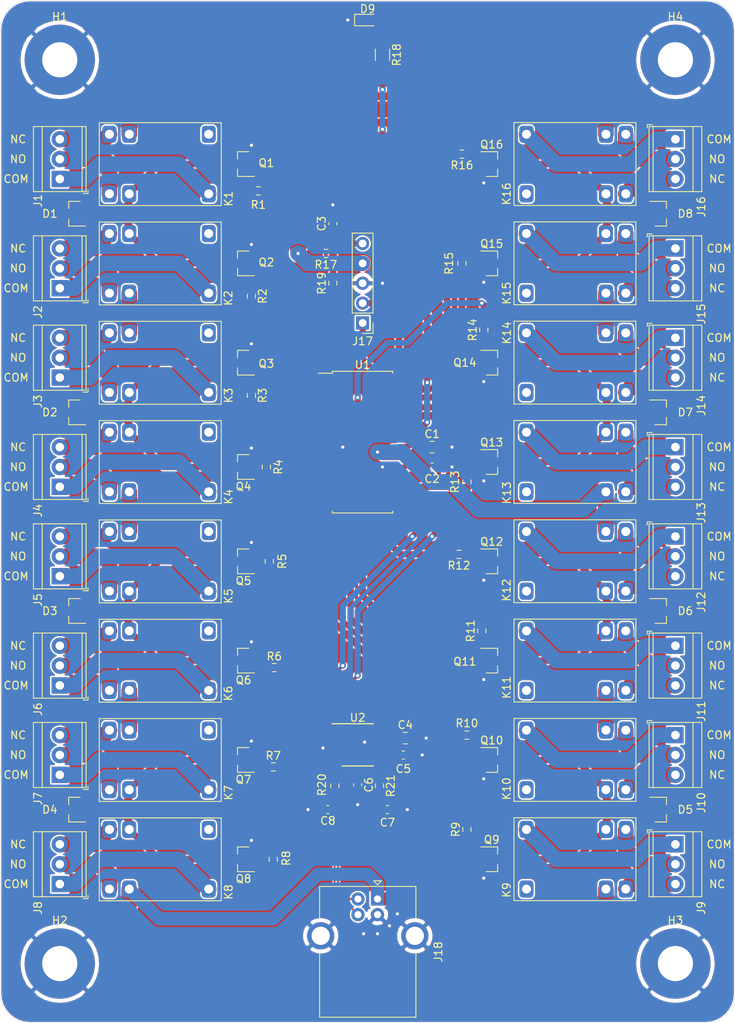
<source format=kicad_pcb>
(kicad_pcb (version 20171130) (host pcbnew 5.1.9+dfsg1-1)
  (title_block (title "USB relays") (date 2021-08-14) (company "(C) Adrien RICCIARDI"))
  (layers (0 F.Cu signal) (31 B.Cu signal) (34 B.Paste user) (35 F.Paste user) (36 B.SilkS user) (37 F.SilkS user) (38 B.Mask user) (39 F.Mask user) (44 Edge.Cuts user))
  (net 0 "")
  (net 1 GND)
  (net 2 +5V)
  (net 3 +3.3VA)
  (net 4 /USB/USB_1_D-)
  (net 5 /USB/USB_1_D+)
  (net 6 /USB/USB_2_D+)
  (net 7 /USB/USB_2_D-)
  (net 8 FTDI_RX)
  (net 9 FTDI_TX)
  (net 10 "Net-(K1-Pad4)")
  (net 11 "Net-(D1-Pad2)")
  (net 12 "Net-(D1-Pad1)")
  (net 13 "Net-(D2-Pad2)")
  (net 14 "Net-(D2-Pad1)")
  (net 15 "Net-(D3-Pad2)")
  (net 16 "Net-(D3-Pad1)")
  (net 17 "Net-(D4-Pad2)")
  (net 18 "Net-(D4-Pad1)")
  (net 19 "Net-(D5-Pad2)")
  (net 20 "Net-(D5-Pad1)")
  (net 21 "Net-(D6-Pad2)")
  (net 22 "Net-(D6-Pad1)")
  (net 23 "Net-(D7-Pad2)")
  (net 24 "Net-(D7-Pad1)")
  (net 25 "Net-(D8-Pad2)")
  (net 26 "Net-(D8-Pad1)")
  (net 27 "Net-(J1-Pad3)")
  (net 28 "Net-(J1-Pad2)")
  (net 29 "Net-(J1-Pad1)")
  (net 30 "Net-(J2-Pad3)")
  (net 31 "Net-(J2-Pad2)")
  (net 32 "Net-(J2-Pad1)")
  (net 33 "Net-(J3-Pad3)")
  (net 34 "Net-(J3-Pad2)")
  (net 35 "Net-(J3-Pad1)")
  (net 36 "Net-(J4-Pad3)")
  (net 37 "Net-(J4-Pad2)")
  (net 38 "Net-(J4-Pad1)")
  (net 39 "Net-(J5-Pad3)")
  (net 40 "Net-(J5-Pad2)")
  (net 41 "Net-(J5-Pad1)")
  (net 42 "Net-(J6-Pad3)")
  (net 43 "Net-(J6-Pad2)")
  (net 44 "Net-(J6-Pad1)")
  (net 45 "Net-(J7-Pad3)")
  (net 46 "Net-(J7-Pad2)")
  (net 47 "Net-(J7-Pad1)")
  (net 48 "Net-(J8-Pad3)")
  (net 49 "Net-(J8-Pad2)")
  (net 50 "Net-(J8-Pad1)")
  (net 51 "Net-(J9-Pad3)")
  (net 52 "Net-(J9-Pad2)")
  (net 53 "Net-(J9-Pad1)")
  (net 54 "Net-(J10-Pad3)")
  (net 55 "Net-(J10-Pad2)")
  (net 56 "Net-(J10-Pad1)")
  (net 57 "Net-(J11-Pad3)")
  (net 58 "Net-(J11-Pad2)")
  (net 59 "Net-(J11-Pad1)")
  (net 60 "Net-(J12-Pad3)")
  (net 61 "Net-(J12-Pad2)")
  (net 62 "Net-(J12-Pad1)")
  (net 63 "Net-(J13-Pad3)")
  (net 64 "Net-(J13-Pad2)")
  (net 65 "Net-(J13-Pad1)")
  (net 66 "Net-(J14-Pad3)")
  (net 67 "Net-(J14-Pad2)")
  (net 68 "Net-(J14-Pad1)")
  (net 69 "Net-(J15-Pad3)")
  (net 70 "Net-(J15-Pad2)")
  (net 71 "Net-(J15-Pad1)")
  (net 72 "Net-(J16-Pad3)")
  (net 73 "Net-(J16-Pad2)")
  (net 74 "Net-(J16-Pad1)")
  (net 75 "Net-(K2-Pad4)")
  (net 76 "Net-(K3-Pad4)")
  (net 77 "Net-(K4-Pad4)")
  (net 78 "Net-(K5-Pad4)")
  (net 79 "Net-(K6-Pad4)")
  (net 80 "Net-(K7-Pad4)")
  (net 81 "Net-(K8-Pad4)")
  (net 82 "Net-(K9-Pad4)")
  (net 83 "Net-(K10-Pad4)")
  (net 84 "Net-(K11-Pad4)")
  (net 85 "Net-(K12-Pad4)")
  (net 86 "Net-(K13-Pad4)")
  (net 87 "Net-(K14-Pad4)")
  (net 88 "Net-(K15-Pad4)")
  (net 89 "Net-(K16-Pad4)")
  (net 90 "Net-(Q1-Pad1)")
  (net 91 "Net-(Q2-Pad1)")
  (net 92 "Net-(Q3-Pad1)")
  (net 93 "Net-(Q4-Pad1)")
  (net 94 "Net-(Q5-Pad1)")
  (net 95 "Net-(Q6-Pad1)")
  (net 96 "Net-(Q7-Pad1)")
  (net 97 "Net-(Q8-Pad1)")
  (net 98 "Net-(Q9-Pad1)")
  (net 99 "Net-(Q10-Pad1)")
  (net 100 "Net-(Q11-Pad1)")
  (net 101 "Net-(Q12-Pad1)")
  (net 102 "Net-(Q13-Pad1)")
  (net 103 "Net-(Q14-Pad1)")
  (net 104 "Net-(Q15-Pad1)")
  (net 105 "Net-(Q16-Pad1)")
  (net 106 RELAY_1)
  (net 107 RELAY_2)
  (net 108 RELAY_3)
  (net 109 RELAY_4)
  (net 110 RELAY_5)
  (net 111 RELAY_6)
  (net 112 RELAY_7)
  (net 113 RELAY_8)
  (net 114 RELAY_9)
  (net 115 RELAY_10)
  (net 116 RELAY_11)
  (net 117 RELAY_12)
  (net 118 RELAY_13)
  (net 119 RELAY_14)
  (net 120 RELAY_15)
  (net 121 RELAY_16)
  (net 122 /MCLR)
  (net 123 "Net-(U2-Pad16)")
  (net 124 "Net-(U2-Pad15)")
  (net 125 "Net-(U2-Pad14)")
  (net 126 "Net-(U2-Pad7)")
  (net 127 "Net-(U2-Pad6)")
  (net 128 "Net-(U2-Pad2)")
  (net 129 "Net-(D9-Pad2)")
  (net 130 "Net-(J17-Pad2)")
  (net 131 "Net-(J17-Pad1)")
  (net 132 "Net-(R18-Pad2)")
  (net 133 "Net-(R19-Pad1)")
  (net 134 "Net-(U1-Pad24)")
  (net 135 "Net-(U1-Pad23)")
  (net 136 "Net-(U1-Pad22)")
  (module LED_SMD:LED_0603_1608Metric_Pad1.05x0.95mm_HandSolder (layer F.Cu) (at 85.09 35.56)
    (fp_text reference D9 (at 0 -1.43) (layer F.SilkS))
    (fp_text value 150060BS55040)
    (pad 2 smd roundrect (at 0.875 0) (size 1.05 0.95) (layers F.Cu F.Paste F.Mask) (net 129 "Net-(D9-Pad2)"))
    (pad 1 smd roundrect (at -0.875 0) (size 1.05 0.95) (layers F.Cu F.Paste F.Mask) (net 1 GND))
  )
  (module MountingHole:MountingHole_4.5mm_Pad (layer F.Cu) (at 124.46 40.64)
    (fp_text reference H4 (at 0 -5.5) (layer F.SilkS))
    (fp_text value MountingHole_Pad)
    (pad 1 thru_hole circle (at 0 0) (size 9 9) (drill 4.5) (layers *.Cu *.Mask) (net 1 GND))
  )
  (module MountingHole:MountingHole_4.5mm_Pad (layer F.Cu) (at 124.46 156.21)
    (fp_text reference H3 (at 0 -5.5) (layer F.SilkS))
    (fp_text value MountingHole_Pad)
    (pad 1 thru_hole circle (at 0 0) (size 9 9) (drill 4.5) (layers *.Cu *.Mask) (net 1 GND))
  )
  (module MountingHole:MountingHole_4.5mm_Pad (layer F.Cu) (at 45.72 156.21)
    (fp_text reference H2 (at 0 -5.5) (layer F.SilkS))
    (fp_text value MountingHole_Pad)
    (pad 1 thru_hole circle (at 0 0) (size 9 9) (drill 4.5) (layers *.Cu *.Mask) (net 1 GND))
  )
  (module MountingHole:MountingHole_4.5mm_Pad (layer F.Cu) (at 45.72 40.64)
    (fp_text reference H1 (at 0 -5.5) (layer F.SilkS))
    (fp_text value MountingHole_Pad)
    (pad 1 thru_hole circle (at 0 0) (size 9 9) (drill 4.5) (layers *.Cu *.Mask) (net 1 GND))
  )
  (module Package_TO_SOT_SMD:SOT-23 (layer F.Cu) (at 69.215 79.375 180)
    (fp_text reference Q3 (at -2.921 -0.127) (layer F.SilkS))
    (fp_text value BC848)
    (pad 3 smd rect (at 1 0 180) (size 0.9 0.8) (layers F.Cu F.Paste F.Mask) (net 13 "Net-(D2-Pad2)"))
    (pad 2 smd rect (at -1 0.95 180) (size 0.9 0.8) (layers F.Cu F.Paste F.Mask) (net 1 GND))
    (pad 1 smd rect (at -1 -0.95 180) (size 0.9 0.8) (layers F.Cu F.Paste F.Mask) (net 92 "Net-(Q3-Pad1)"))
  )
  (module Package_TO_SOT_SMD:SOT-23 (layer F.Cu) (at 47.625 60.325 180)
    (fp_text reference D1 (at 3.175 0) (layer F.SilkS))
    (fp_text value BAT54C)
    (pad 3 smd rect (at 1 0 180) (size 0.9 0.8) (layers F.Cu F.Paste F.Mask) (net 2 +5V))
    (pad 2 smd rect (at -1 0.95 180) (size 0.9 0.8) (layers F.Cu F.Paste F.Mask) (net 11 "Net-(D1-Pad2)"))
    (pad 1 smd rect (at -1 -0.95 180) (size 0.9 0.8) (layers F.Cu F.Paste F.Mask) (net 12 "Net-(D1-Pad1)"))
  )
  (module Resistor_SMD:R_1206_3216Metric_Pad1.30x1.75mm_HandSolder (layer F.Cu) (at 86.995 40.005 270)
    (fp_text reference R18 (at 0 -1.82 90) (layer F.SilkS))
    (fp_text value 240)
    (pad 2 smd roundrect (at 1.55 0 270) (size 1.3 1.75) (layers F.Cu F.Paste F.Mask) (roundrect_rratio 0.1923076923076923) (net 132 "Net-(R18-Pad2)"))
    (pad 1 smd roundrect (at -1.55 0 270) (size 1.3 1.75) (layers F.Cu F.Paste F.Mask) (roundrect_rratio 0.1923076923076923) (net 129 "Net-(D9-Pad2)"))
  )
  (module Package_SO:SOIC-28W_7.5x17.9mm_P1.27mm (layer F.Cu) (at 84.455 89.535)
    (fp_text reference U1 (at 0 -9.9) (layer F.SilkS))
    (fp_text value PIC16F18854-SO)
    (pad 28 smd roundrect (at 4.65 -8.255) (size 2.05 0.6) (layers F.Cu F.Paste F.Mask) (net 130 "Net-(J17-Pad2)"))
    (pad 27 smd roundrect (at 4.65 -6.985) (size 2.05 0.6) (layers F.Cu F.Paste F.Mask) (net 131 "Net-(J17-Pad1)"))
    (pad 26 smd roundrect (at 4.65 -5.715) (size 2.05 0.6) (layers F.Cu F.Paste F.Mask) (net 121 RELAY_16))
    (pad 25 smd roundrect (at 4.65 -4.445) (size 2.05 0.6) (layers F.Cu F.Paste F.Mask) (net 120 RELAY_15))
    (pad 24 smd roundrect (at 4.65 -3.175) (size 2.05 0.6) (layers F.Cu F.Paste F.Mask) (net 134 "Net-(U1-Pad24)"))
    (pad 23 smd roundrect (at 4.65 -1.905) (size 2.05 0.6) (layers F.Cu F.Paste F.Mask) (net 135 "Net-(U1-Pad23)"))
    (pad 22 smd roundrect (at 4.65 -0.635) (size 2.05 0.6) (layers F.Cu F.Paste F.Mask) (net 136 "Net-(U1-Pad22)"))
    (pad 21 smd roundrect (at 4.65 0.635) (size 2.05 0.6) (layers F.Cu F.Paste F.Mask) (net 132 "Net-(R18-Pad2)"))
    (pad 20 smd roundrect (at 4.65 1.905) (size 2.05 0.6) (layers F.Cu F.Paste F.Mask) (net 2 +5V))
    (pad 19 smd roundrect (at 4.65 3.175) (size 2.05 0.6) (layers F.Cu F.Paste F.Mask) (net 1 GND))
    (pad 18 smd roundrect (at 4.65 4.445) (size 2.05 0.6) (layers F.Cu F.Paste F.Mask) (net 119 RELAY_14))
    (pad 17 smd roundrect (at 4.65 5.715) (size 2.05 0.6) (layers F.Cu F.Paste F.Mask) (net 118 RELAY_13))
    (pad 16 smd roundrect (at 4.65 6.985) (size 2.05 0.6) (layers F.Cu F.Paste F.Mask) (net 9 FTDI_TX))
    (pad 15 smd roundrect (at 4.65 8.255) (size 2.05 0.6) (layers F.Cu F.Paste F.Mask) (net 8 FTDI_RX))
    (pad 14 smd roundrect (at -4.65 8.255) (size 2.05 0.6) (layers F.Cu F.Paste F.Mask) (net 114 RELAY_9))
    (pad 13 smd roundrect (at -4.65 6.985) (size 2.05 0.6) (layers F.Cu F.Paste F.Mask) (net 115 RELAY_10))
    (pad 12 smd roundrect (at -4.65 5.715) (size 2.05 0.6) (layers F.Cu F.Paste F.Mask) (net 116 RELAY_11))
    (pad 11 smd roundrect (at -4.65 4.445) (size 2.05 0.6) (layers F.Cu F.Paste F.Mask) (net 117 RELAY_12))
    (pad 10 smd roundrect (at -4.65 3.175) (size 2.05 0.6) (layers F.Cu F.Paste F.Mask) (net 113 RELAY_8))
    (pad 9 smd roundrect (at -4.65 1.905) (size 2.05 0.6) (layers F.Cu F.Paste F.Mask) (net 112 RELAY_7))
    (pad 8 smd roundrect (at -4.65 0.635) (size 2.05 0.6) (layers F.Cu F.Paste F.Mask) (net 1 GND))
    (pad 7 smd roundrect (at -4.65 -0.635) (size 2.05 0.6) (layers F.Cu F.Paste F.Mask) (net 111 RELAY_6))
    (pad 6 smd roundrect (at -4.65 -1.905) (size 2.05 0.6) (layers F.Cu F.Paste F.Mask) (net 110 RELAY_5))
    (pad 5 smd roundrect (at -4.65 -3.175) (size 2.05 0.6) (layers F.Cu F.Paste F.Mask) (net 109 RELAY_4))
    (pad 4 smd roundrect (at -4.65 -4.445) (size 2.05 0.6) (layers F.Cu F.Paste F.Mask) (net 108 RELAY_3))
    (pad 3 smd roundrect (at -4.65 -5.715) (size 2.05 0.6) (layers F.Cu F.Paste F.Mask) (net 107 RELAY_2))
    (pad 2 smd roundrect (at -4.65 -6.985) (size 2.05 0.6) (layers F.Cu F.Paste F.Mask) (net 106 RELAY_1))
    (pad 1 smd roundrect (at -4.65 -8.255) (size 2.05 0.6) (layers F.Cu F.Paste F.Mask) (net 133 "Net-(R19-Pad1)"))
  )
  (module Resistor_SMD:R_0603_1608Metric_Pad0.98x0.95mm_HandSolder (layer F.Cu) (at 80.645 69.215 90)
    (fp_text reference R19 (at 0 -1.43 90) (layer F.SilkS))
    (fp_text value 220)
    (pad 2 smd roundrect (at 0.9125 0 90) (size 0.975 0.95) (layers F.Cu F.Paste F.Mask) (net 122 /MCLR))
    (pad 1 smd roundrect (at -0.9125 0 90) (size 0.975 0.95) (layers F.Cu F.Paste F.Mask) (net 133 "Net-(R19-Pad1)"))
  )
  (module Resistor_SMD:R_0603_1608Metric_Pad0.98x0.95mm_HandSolder (layer F.Cu) (at 79.756 65.405 180)
    (fp_text reference R17 (at 0 -1.43) (layer F.SilkS))
    (fp_text value 10K)
    (pad 2 smd roundrect (at 0.9125 0 180) (size 0.975 0.95) (layers F.Cu F.Paste F.Mask) (net 2 +5V))
    (pad 1 smd roundrect (at -0.9125 0 180) (size 0.975 0.95) (layers F.Cu F.Paste F.Mask) (net 122 /MCLR))
  )
  (module Connector_PinHeader_2.54mm:PinHeader_1x05_P2.54mm_Vertical (layer F.Cu) (at 84.455 74.295 180)
    (fp_text reference J17 (at 0 -2.33) (layer F.SilkS))
    (fp_text value DNP)
    (pad 5 thru_hole oval (at 0 10.16 180) (size 1.7 1.7) (drill 1) (layers *.Cu *.Mask) (net 122 /MCLR))
    (pad 4 thru_hole oval (at 0 7.62 180) (size 1.7 1.7) (drill 1) (layers *.Cu *.Mask) (net 2 +5V))
    (pad 3 thru_hole oval (at 0 5.08 180) (size 1.7 1.7) (drill 1) (layers *.Cu *.Mask) (net 1 GND))
    (pad 2 thru_hole oval (at 0 2.54 180) (size 1.7 1.7) (drill 1) (layers *.Cu *.Mask) (net 130 "Net-(J17-Pad2)"))
    (pad 1 thru_hole rect (at 0 0 180) (size 1.7 1.7) (drill 1) (layers *.Cu *.Mask) (net 131 "Net-(J17-Pad1)"))
  )
  (module Capacitor_SMD:C_0603_1608Metric_Pad1.08x0.95mm_HandSolder (layer F.Cu) (at 80.645 61.595 90)
    (fp_text reference C3 (at 0 -1.43 90) (layer F.SilkS))
    (fp_text value 100n)
    (pad 2 smd roundrect (at 0.8625 0 90) (size 1.075 0.95) (layers F.Cu F.Paste F.Mask) (net 1 GND))
    (pad 1 smd roundrect (at -0.8625 0 90) (size 1.075 0.95) (layers F.Cu F.Paste F.Mask) (net 122 /MCLR))
  )
  (module Capacitor_SMD:C_0603_1608Metric_Pad1.08x0.95mm_HandSolder (layer F.Cu) (at 93.345 92.71)
    (fp_text reference C2 (at 0 1.524) (layer F.SilkS))
    (fp_text value 100n)
    (pad 2 smd roundrect (at 0.8625 0) (size 1.075 0.95) (layers F.Cu F.Paste F.Mask) (net 1 GND))
    (pad 1 smd roundrect (at -0.8625 0) (size 1.075 0.95) (layers F.Cu F.Paste F.Mask) (net 2 +5V))
  )
  (module Capacitor_SMD:C_0805_2012Metric_Pad1.18x1.45mm_HandSolder (layer F.Cu) (at 93.345 90.17)
    (fp_text reference C1 (at 0 -1.68) (layer F.SilkS))
    (fp_text value 4.7u)
    (pad 2 smd roundrect (at 1.0375 0) (size 1.175 1.45) (layers F.Cu F.Paste F.Mask) (roundrect_rratio 0.2127659574468085) (net 1 GND))
    (pad 1 smd roundrect (at -1.0375 0) (size 1.175 1.45) (layers F.Cu F.Paste F.Mask) (roundrect_rratio 0.2127659574468085) (net 2 +5V))
  )
  (module 282834-3:TerminalBlock_TE_282834-3_1x03_P2.54mm_Horizontal (layer F.Cu) (at 124.46 50.8 270)
    (fp_text reference J16 (at 8.636 -3.302 90) (layer F.SilkS))
    (fp_text value 282834-3)
    (pad 3 thru_hole circle (at 5.08 0 270) (size 2.1 2.1) (drill 1.1) (layers *.Cu *.Mask) (net 72 "Net-(J16-Pad3)"))
    (pad 2 thru_hole circle (at 2.54 0 270) (size 2.1 2.1) (drill 1.1) (layers *.Cu *.Mask) (net 73 "Net-(J16-Pad2)"))
    (pad 1 thru_hole rect (at 0 0 270) (size 2.1 2.1) (drill 1.1) (layers *.Cu *.Mask) (net 74 "Net-(J16-Pad1)"))
  )
  (module 282834-3:TerminalBlock_TE_282834-3_1x03_P2.54mm_Horizontal (layer F.Cu) (at 124.46 64.77 270)
    (fp_text reference J15 (at 8.382 -3.302 90) (layer F.SilkS))
    (fp_text value 282834-3)
    (pad 3 thru_hole circle (at 5.08 0 270) (size 2.1 2.1) (drill 1.1) (layers *.Cu *.Mask) (net 69 "Net-(J15-Pad3)"))
    (pad 2 thru_hole circle (at 2.54 0 270) (size 2.1 2.1) (drill 1.1) (layers *.Cu *.Mask) (net 70 "Net-(J15-Pad2)"))
    (pad 1 thru_hole rect (at 0 0 270) (size 2.1 2.1) (drill 1.1) (layers *.Cu *.Mask) (net 71 "Net-(J15-Pad1)"))
  )
  (module 282834-3:TerminalBlock_TE_282834-3_1x03_P2.54mm_Horizontal (layer F.Cu) (at 124.46 76.2 270)
    (fp_text reference J14 (at 8.636 -3.302 90) (layer F.SilkS))
    (fp_text value 282834-3)
    (pad 3 thru_hole circle (at 5.08 0 270) (size 2.1 2.1) (drill 1.1) (layers *.Cu *.Mask) (net 66 "Net-(J14-Pad3)"))
    (pad 2 thru_hole circle (at 2.54 0 270) (size 2.1 2.1) (drill 1.1) (layers *.Cu *.Mask) (net 67 "Net-(J14-Pad2)"))
    (pad 1 thru_hole rect (at 0 0 270) (size 2.1 2.1) (drill 1.1) (layers *.Cu *.Mask) (net 68 "Net-(J14-Pad1)"))
  )
  (module 282834-3:TerminalBlock_TE_282834-3_1x03_P2.54mm_Horizontal (layer F.Cu) (at 124.46 90.17 270)
    (fp_text reference J13 (at 8.382 -3.302 90) (layer F.SilkS))
    (fp_text value 282834-3)
    (pad 3 thru_hole circle (at 5.08 0 270) (size 2.1 2.1) (drill 1.1) (layers *.Cu *.Mask) (net 63 "Net-(J13-Pad3)"))
    (pad 2 thru_hole circle (at 2.54 0 270) (size 2.1 2.1) (drill 1.1) (layers *.Cu *.Mask) (net 64 "Net-(J13-Pad2)"))
    (pad 1 thru_hole rect (at 0 0 270) (size 2.1 2.1) (drill 1.1) (layers *.Cu *.Mask) (net 65 "Net-(J13-Pad1)"))
  )
  (module 282834-3:TerminalBlock_TE_282834-3_1x03_P2.54mm_Horizontal (layer F.Cu) (at 124.46 101.6 270)
    (fp_text reference J12 (at 8.382 -3.302 90) (layer F.SilkS))
    (fp_text value 282834-3)
    (pad 3 thru_hole circle (at 5.08 0 270) (size 2.1 2.1) (drill 1.1) (layers *.Cu *.Mask) (net 60 "Net-(J12-Pad3)"))
    (pad 2 thru_hole circle (at 2.54 0 270) (size 2.1 2.1) (drill 1.1) (layers *.Cu *.Mask) (net 61 "Net-(J12-Pad2)"))
    (pad 1 thru_hole rect (at 0 0 270) (size 2.1 2.1) (drill 1.1) (layers *.Cu *.Mask) (net 62 "Net-(J12-Pad1)"))
  )
  (module 282834-3:TerminalBlock_TE_282834-3_1x03_P2.54mm_Horizontal (layer F.Cu) (at 124.46 115.57 270)
    (fp_text reference J11 (at 8.382 -3.302 90) (layer F.SilkS))
    (fp_text value 282834-3)
    (pad 3 thru_hole circle (at 5.08 0 270) (size 2.1 2.1) (drill 1.1) (layers *.Cu *.Mask) (net 57 "Net-(J11-Pad3)"))
    (pad 2 thru_hole circle (at 2.54 0 270) (size 2.1 2.1) (drill 1.1) (layers *.Cu *.Mask) (net 58 "Net-(J11-Pad2)"))
    (pad 1 thru_hole rect (at 0 0 270) (size 2.1 2.1) (drill 1.1) (layers *.Cu *.Mask) (net 59 "Net-(J11-Pad1)"))
  )
  (module 282834-3:TerminalBlock_TE_282834-3_1x03_P2.54mm_Horizontal (layer F.Cu) (at 124.46 127 270)
    (fp_text reference J10 (at 8.636 -3.302 90) (layer F.SilkS))
    (fp_text value 282834-3)
    (pad 3 thru_hole circle (at 5.08 0 270) (size 2.1 2.1) (drill 1.1) (layers *.Cu *.Mask) (net 54 "Net-(J10-Pad3)"))
    (pad 2 thru_hole circle (at 2.54 0 270) (size 2.1 2.1) (drill 1.1) (layers *.Cu *.Mask) (net 55 "Net-(J10-Pad2)"))
    (pad 1 thru_hole rect (at 0 0 270) (size 2.1 2.1) (drill 1.1) (layers *.Cu *.Mask) (net 56 "Net-(J10-Pad1)"))
  )
  (module 282834-3:TerminalBlock_TE_282834-3_1x03_P2.54mm_Horizontal (layer F.Cu) (at 124.46 140.97 270)
    (fp_text reference J9 (at 8.128 -3.302 90) (layer F.SilkS))
    (fp_text value 282834-3)
    (pad 3 thru_hole circle (at 5.08 0 270) (size 2.1 2.1) (drill 1.1) (layers *.Cu *.Mask) (net 51 "Net-(J9-Pad3)"))
    (pad 2 thru_hole circle (at 2.54 0 270) (size 2.1 2.1) (drill 1.1) (layers *.Cu *.Mask) (net 52 "Net-(J9-Pad2)"))
    (pad 1 thru_hole rect (at 0 0 270) (size 2.1 2.1) (drill 1.1) (layers *.Cu *.Mask) (net 53 "Net-(J9-Pad1)"))
  )
  (module 282834-3:TerminalBlock_TE_282834-3_1x03_P2.54mm_Horizontal (layer F.Cu) (at 45.72 146.05 90)
    (fp_text reference J8 (at -3.048 -2.794 90) (layer F.SilkS))
    (fp_text value 282834-3)
    (pad 3 thru_hole circle (at 5.08 0 90) (size 2.1 2.1) (drill 1.1) (layers *.Cu *.Mask) (net 48 "Net-(J8-Pad3)"))
    (pad 2 thru_hole circle (at 2.54 0 90) (size 2.1 2.1) (drill 1.1) (layers *.Cu *.Mask) (net 49 "Net-(J8-Pad2)"))
    (pad 1 thru_hole rect (at 0 0 90) (size 2.1 2.1) (drill 1.1) (layers *.Cu *.Mask) (net 50 "Net-(J8-Pad1)"))
  )
  (module 282834-3:TerminalBlock_TE_282834-3_1x03_P2.54mm_Horizontal (layer F.Cu) (at 45.72 132.08 90)
    (fp_text reference J7 (at -3.048 -2.794 90) (layer F.SilkS))
    (fp_text value 282834-3)
    (pad 3 thru_hole circle (at 5.08 0 90) (size 2.1 2.1) (drill 1.1) (layers *.Cu *.Mask) (net 45 "Net-(J7-Pad3)"))
    (pad 2 thru_hole circle (at 2.54 0 90) (size 2.1 2.1) (drill 1.1) (layers *.Cu *.Mask) (net 46 "Net-(J7-Pad2)"))
    (pad 1 thru_hole rect (at 0 0 90) (size 2.1 2.1) (drill 1.1) (layers *.Cu *.Mask) (net 47 "Net-(J7-Pad1)"))
  )
  (module 282834-3:TerminalBlock_TE_282834-3_1x03_P2.54mm_Horizontal (layer F.Cu) (at 45.72 120.65 90)
    (fp_text reference J6 (at -3.048 -2.794 90) (layer F.SilkS))
    (fp_text value 282834-3)
    (pad 3 thru_hole circle (at 5.08 0 90) (size 2.1 2.1) (drill 1.1) (layers *.Cu *.Mask) (net 42 "Net-(J6-Pad3)"))
    (pad 2 thru_hole circle (at 2.54 0 90) (size 2.1 2.1) (drill 1.1) (layers *.Cu *.Mask) (net 43 "Net-(J6-Pad2)"))
    (pad 1 thru_hole rect (at 0 0 90) (size 2.1 2.1) (drill 1.1) (layers *.Cu *.Mask) (net 44 "Net-(J6-Pad1)"))
  )
  (module 282834-3:TerminalBlock_TE_282834-3_1x03_P2.54mm_Horizontal (layer F.Cu) (at 45.72 106.68 90)
    (fp_text reference J5 (at -3.048 -2.794 90) (layer F.SilkS))
    (fp_text value 282834-3)
    (pad 3 thru_hole circle (at 5.08 0 90) (size 2.1 2.1) (drill 1.1) (layers *.Cu *.Mask) (net 39 "Net-(J5-Pad3)"))
    (pad 2 thru_hole circle (at 2.54 0 90) (size 2.1 2.1) (drill 1.1) (layers *.Cu *.Mask) (net 40 "Net-(J5-Pad2)"))
    (pad 1 thru_hole rect (at 0 0 90) (size 2.1 2.1) (drill 1.1) (layers *.Cu *.Mask) (net 41 "Net-(J5-Pad1)"))
  )
  (module 282834-3:TerminalBlock_TE_282834-3_1x03_P2.54mm_Horizontal (layer F.Cu) (at 45.72 95.25 90)
    (fp_text reference J4 (at -3.048 -2.794 90) (layer F.SilkS))
    (fp_text value 282834-3)
    (pad 3 thru_hole circle (at 5.08 0 90) (size 2.1 2.1) (drill 1.1) (layers *.Cu *.Mask) (net 36 "Net-(J4-Pad3)"))
    (pad 2 thru_hole circle (at 2.54 0 90) (size 2.1 2.1) (drill 1.1) (layers *.Cu *.Mask) (net 37 "Net-(J4-Pad2)"))
    (pad 1 thru_hole rect (at 0 0 90) (size 2.1 2.1) (drill 1.1) (layers *.Cu *.Mask) (net 38 "Net-(J4-Pad1)"))
  )
  (module 282834-3:TerminalBlock_TE_282834-3_1x03_P2.54mm_Horizontal (layer F.Cu) (at 45.72 81.28 90)
    (fp_text reference J3 (at -3.048 -2.794 90) (layer F.SilkS))
    (fp_text value 282834-3)
    (pad 3 thru_hole circle (at 5.08 0 90) (size 2.1 2.1) (drill 1.1) (layers *.Cu *.Mask) (net 33 "Net-(J3-Pad3)"))
    (pad 2 thru_hole circle (at 2.54 0 90) (size 2.1 2.1) (drill 1.1) (layers *.Cu *.Mask) (net 34 "Net-(J3-Pad2)"))
    (pad 1 thru_hole rect (at 0 0 90) (size 2.1 2.1) (drill 1.1) (layers *.Cu *.Mask) (net 35 "Net-(J3-Pad1)"))
  )
  (module 282834-3:TerminalBlock_TE_282834-3_1x03_P2.54mm_Horizontal (layer F.Cu) (at 45.72 69.85 90)
    (fp_text reference J2 (at -3.048 -2.794 90) (layer F.SilkS))
    (fp_text value 282834-3)
    (pad 3 thru_hole circle (at 5.08 0 90) (size 2.1 2.1) (drill 1.1) (layers *.Cu *.Mask) (net 30 "Net-(J2-Pad3)"))
    (pad 2 thru_hole circle (at 2.54 0 90) (size 2.1 2.1) (drill 1.1) (layers *.Cu *.Mask) (net 31 "Net-(J2-Pad2)"))
    (pad 1 thru_hole rect (at 0 0 90) (size 2.1 2.1) (drill 1.1) (layers *.Cu *.Mask) (net 32 "Net-(J2-Pad1)"))
  )
  (module 282834-3:TerminalBlock_TE_282834-3_1x03_P2.54mm_Horizontal (layer F.Cu) (at 45.72 55.88 90)
    (fp_text reference J1 (at -2.794 -2.794 90) (layer F.SilkS))
    (fp_text value 282834-3)
    (pad 3 thru_hole circle (at 5.08 0 90) (size 2.1 2.1) (drill 1.1) (layers *.Cu *.Mask) (net 27 "Net-(J1-Pad3)"))
    (pad 2 thru_hole circle (at 2.54 0 90) (size 2.1 2.1) (drill 1.1) (layers *.Cu *.Mask) (net 28 "Net-(J1-Pad2)"))
    (pad 1 thru_hole rect (at 0 0 90) (size 2.1 2.1) (drill 1.1) (layers *.Cu *.Mask) (net 29 "Net-(J1-Pad1)"))
  )
  (module Resistor_SMD:R_0603_1608Metric_Pad0.98x0.95mm_HandSolder (layer F.Cu) (at 97.155 52.705 180)
    (fp_text reference R16 (at 0 -1.43) (layer F.SilkS))
    (fp_text value 1K)
    (pad 2 smd roundrect (at 0.9125 0 180) (size 0.975 0.95) (layers F.Cu F.Paste F.Mask) (net 121 RELAY_16))
    (pad 1 smd roundrect (at -0.9125 0 180) (size 0.975 0.95) (layers F.Cu F.Paste F.Mask) (net 105 "Net-(Q16-Pad1)"))
  )
  (module Resistor_SMD:R_0603_1608Metric_Pad0.98x0.95mm_HandSolder (layer F.Cu) (at 97.155 66.675 270)
    (fp_text reference R15 (at 0 1.651 90) (layer F.SilkS))
    (fp_text value 1K)
    (pad 2 smd roundrect (at 0.9125 0 270) (size 0.975 0.95) (layers F.Cu F.Paste F.Mask) (net 120 RELAY_15))
    (pad 1 smd roundrect (at -0.9125 0 270) (size 0.975 0.95) (layers F.Cu F.Paste F.Mask) (net 104 "Net-(Q15-Pad1)"))
  )
  (module Resistor_SMD:R_0603_1608Metric_Pad0.98x0.95mm_HandSolder (layer F.Cu) (at 99.949 75.184 90)
    (fp_text reference R14 (at 0 -1.43 90) (layer F.SilkS))
    (fp_text value 1K)
    (pad 2 smd roundrect (at 0.9125 0 90) (size 0.975 0.95) (layers F.Cu F.Paste F.Mask) (net 119 RELAY_14))
    (pad 1 smd roundrect (at -0.9125 0 90) (size 0.975 0.95) (layers F.Cu F.Paste F.Mask) (net 103 "Net-(Q14-Pad1)"))
  )
  (module Resistor_SMD:R_0603_1608Metric_Pad0.98x0.95mm_HandSolder (layer F.Cu) (at 97.79 94.615 270)
    (fp_text reference R13 (at 0 1.524 90) (layer F.SilkS))
    (fp_text value 1K)
    (pad 2 smd roundrect (at 0.9125 0 270) (size 0.975 0.95) (layers F.Cu F.Paste F.Mask) (net 118 RELAY_13))
    (pad 1 smd roundrect (at -0.9125 0 270) (size 0.975 0.95) (layers F.Cu F.Paste F.Mask) (net 102 "Net-(Q13-Pad1)"))
  )
  (module Resistor_SMD:R_0603_1608Metric_Pad0.98x0.95mm_HandSolder (layer F.Cu) (at 96.774 103.886 180)
    (fp_text reference R12 (at 0 -1.43) (layer F.SilkS))
    (fp_text value 1K)
    (pad 2 smd roundrect (at 0.9125 0 180) (size 0.975 0.95) (layers F.Cu F.Paste F.Mask) (net 117 RELAY_12))
    (pad 1 smd roundrect (at -0.9125 0 180) (size 0.975 0.95) (layers F.Cu F.Paste F.Mask) (net 101 "Net-(Q12-Pad1)"))
  )
  (module Resistor_SMD:R_0603_1608Metric_Pad0.98x0.95mm_HandSolder (layer F.Cu) (at 99.695 113.665 90)
    (fp_text reference R11 (at 0 -1.43 90) (layer F.SilkS))
    (fp_text value 1K)
    (pad 2 smd roundrect (at 0.9125 0 90) (size 0.975 0.95) (layers F.Cu F.Paste F.Mask) (net 116 RELAY_11))
    (pad 1 smd roundrect (at -0.9125 0 90) (size 0.975 0.95) (layers F.Cu F.Paste F.Mask) (net 100 "Net-(Q11-Pad1)"))
  )
  (module Resistor_SMD:R_0603_1608Metric_Pad0.98x0.95mm_HandSolder (layer F.Cu) (at 97.79 127 180)
    (fp_text reference R10 (at 0 1.524) (layer F.SilkS))
    (fp_text value 1K)
    (pad 2 smd roundrect (at 0.9125 0 180) (size 0.975 0.95) (layers F.Cu F.Paste F.Mask) (net 115 RELAY_10))
    (pad 1 smd roundrect (at -0.9125 0 180) (size 0.975 0.95) (layers F.Cu F.Paste F.Mask) (net 99 "Net-(Q10-Pad1)"))
  )
  (module Resistor_SMD:R_0603_1608Metric_Pad0.98x0.95mm_HandSolder (layer F.Cu) (at 97.79 139.065 90)
    (fp_text reference R9 (at 0 -1.43 90) (layer F.SilkS))
    (fp_text value 1K)
    (pad 2 smd roundrect (at 0.9125 0 90) (size 0.975 0.95) (layers F.Cu F.Paste F.Mask) (net 114 RELAY_9))
    (pad 1 smd roundrect (at -0.9125 0 90) (size 0.975 0.95) (layers F.Cu F.Paste F.Mask) (net 98 "Net-(Q9-Pad1)"))
  )
  (module Resistor_SMD:R_0603_1608Metric_Pad0.98x0.95mm_HandSolder (layer F.Cu) (at 73.025 142.875 90)
    (fp_text reference R8 (at 0.127 1.651 90) (layer F.SilkS))
    (fp_text value 1K)
    (pad 2 smd roundrect (at 0.9125 0 90) (size 0.975 0.95) (layers F.Cu F.Paste F.Mask) (net 113 RELAY_8))
    (pad 1 smd roundrect (at -0.9125 0 90) (size 0.975 0.95) (layers F.Cu F.Paste F.Mask) (net 97 "Net-(Q8-Pad1)"))
  )
  (module Resistor_SMD:R_0603_1608Metric_Pad0.98x0.95mm_HandSolder (layer F.Cu) (at 73.025 131.064)
    (fp_text reference R7 (at 0 -1.43) (layer F.SilkS))
    (fp_text value 1K)
    (pad 2 smd roundrect (at 0.9125 0) (size 0.975 0.95) (layers F.Cu F.Paste F.Mask) (net 112 RELAY_7))
    (pad 1 smd roundrect (at -0.9125 0) (size 0.975 0.95) (layers F.Cu F.Paste F.Mask) (net 96 "Net-(Q7-Pad1)"))
  )
  (module Resistor_SMD:R_0603_1608Metric_Pad0.98x0.95mm_HandSolder (layer F.Cu) (at 73.152 118.364)
    (fp_text reference R6 (at 0 -1.43) (layer F.SilkS))
    (fp_text value 1K)
    (pad 2 smd roundrect (at 0.9125 0) (size 0.975 0.95) (layers F.Cu F.Paste F.Mask) (net 111 RELAY_6))
    (pad 1 smd roundrect (at -0.9125 0) (size 0.975 0.95) (layers F.Cu F.Paste F.Mask) (net 95 "Net-(Q6-Pad1)"))
  )
  (module Resistor_SMD:R_0603_1608Metric_Pad0.98x0.95mm_HandSolder (layer F.Cu) (at 72.517 104.775 90)
    (fp_text reference R5 (at 0 1.651 90) (layer F.SilkS))
    (fp_text value 1K)
    (pad 2 smd roundrect (at 0.9125 0 90) (size 0.975 0.95) (layers F.Cu F.Paste F.Mask) (net 110 RELAY_5))
    (pad 1 smd roundrect (at -0.9125 0 90) (size 0.975 0.95) (layers F.Cu F.Paste F.Mask) (net 94 "Net-(Q5-Pad1)"))
  )
  (module Resistor_SMD:R_0603_1608Metric_Pad0.98x0.95mm_HandSolder (layer F.Cu) (at 72.136 92.71 90)
    (fp_text reference R4 (at 0 1.524 90) (layer F.SilkS))
    (fp_text value 1K)
    (pad 2 smd roundrect (at 0.9125 0 90) (size 0.975 0.95) (layers F.Cu F.Paste F.Mask) (net 109 RELAY_4))
    (pad 1 smd roundrect (at -0.9125 0 90) (size 0.975 0.95) (layers F.Cu F.Paste F.Mask) (net 93 "Net-(Q4-Pad1)"))
  )
  (module Resistor_SMD:R_0603_1608Metric_Pad0.98x0.95mm_HandSolder (layer F.Cu) (at 70.231 83.566 270)
    (fp_text reference R3 (at 0 -1.43 90) (layer F.SilkS))
    (fp_text value 1K)
    (pad 2 smd roundrect (at 0.9125 0 270) (size 0.975 0.95) (layers F.Cu F.Paste F.Mask) (net 108 RELAY_3))
    (pad 1 smd roundrect (at -0.9125 0 270) (size 0.975 0.95) (layers F.Cu F.Paste F.Mask) (net 92 "Net-(Q3-Pad1)"))
  )
  (module Resistor_SMD:R_0603_1608Metric_Pad0.98x0.95mm_HandSolder (layer F.Cu) (at 70.231 70.866 270)
    (fp_text reference R2 (at 0 -1.43 90) (layer F.SilkS))
    (fp_text value 1K)
    (pad 2 smd roundrect (at 0.9125 0 270) (size 0.975 0.95) (layers F.Cu F.Paste F.Mask) (net 107 RELAY_2))
    (pad 1 smd roundrect (at -0.9125 0 270) (size 0.975 0.95) (layers F.Cu F.Paste F.Mask) (net 91 "Net-(Q2-Pad1)"))
  )
  (module Resistor_SMD:R_0603_1608Metric_Pad0.98x0.95mm_HandSolder (layer F.Cu) (at 71.12 57.404)
    (fp_text reference R1 (at 0 1.778) (layer F.SilkS))
    (fp_text value 1K)
    (pad 2 smd roundrect (at 0.9125 0) (size 0.975 0.95) (layers F.Cu F.Paste F.Mask) (net 106 RELAY_1))
    (pad 1 smd roundrect (at -0.9125 0) (size 0.975 0.95) (layers F.Cu F.Paste F.Mask) (net 90 "Net-(Q1-Pad1)"))
  )
  (module Package_TO_SOT_SMD:SOT-23 (layer F.Cu) (at 100.965 53.975)
    (fp_text reference Q16 (at 0 -2.5) (layer F.SilkS))
    (fp_text value BC848)
    (pad 3 smd rect (at 1 0) (size 0.9 0.8) (layers F.Cu F.Paste F.Mask) (net 26 "Net-(D8-Pad1)"))
    (pad 2 smd rect (at -1 0.95) (size 0.9 0.8) (layers F.Cu F.Paste F.Mask) (net 1 GND))
    (pad 1 smd rect (at -1 -0.95) (size 0.9 0.8) (layers F.Cu F.Paste F.Mask) (net 105 "Net-(Q16-Pad1)"))
  )
  (module Package_TO_SOT_SMD:SOT-23 (layer F.Cu) (at 100.965 66.675)
    (fp_text reference Q15 (at 0 -2.5) (layer F.SilkS))
    (fp_text value BC848)
    (pad 3 smd rect (at 1 0) (size 0.9 0.8) (layers F.Cu F.Paste F.Mask) (net 25 "Net-(D8-Pad2)"))
    (pad 2 smd rect (at -1 0.95) (size 0.9 0.8) (layers F.Cu F.Paste F.Mask) (net 1 GND))
    (pad 1 smd rect (at -1 -0.95) (size 0.9 0.8) (layers F.Cu F.Paste F.Mask) (net 104 "Net-(Q15-Pad1)"))
  )
  (module Package_TO_SOT_SMD:SOT-23 (layer F.Cu) (at 100.965 79.375)
    (fp_text reference Q14 (at -3.429 0) (layer F.SilkS))
    (fp_text value BC848)
    (pad 3 smd rect (at 1 0) (size 0.9 0.8) (layers F.Cu F.Paste F.Mask) (net 24 "Net-(D7-Pad1)"))
    (pad 2 smd rect (at -1 0.95) (size 0.9 0.8) (layers F.Cu F.Paste F.Mask) (net 1 GND))
    (pad 1 smd rect (at -1 -0.95) (size 0.9 0.8) (layers F.Cu F.Paste F.Mask) (net 103 "Net-(Q14-Pad1)"))
  )
  (module Package_TO_SOT_SMD:SOT-23 (layer F.Cu) (at 100.965 92.075)
    (fp_text reference Q13 (at 0 -2.5) (layer F.SilkS))
    (fp_text value BC848)
    (pad 3 smd rect (at 1 0) (size 0.9 0.8) (layers F.Cu F.Paste F.Mask) (net 23 "Net-(D7-Pad2)"))
    (pad 2 smd rect (at -1 0.95) (size 0.9 0.8) (layers F.Cu F.Paste F.Mask) (net 1 GND))
    (pad 1 smd rect (at -1 -0.95) (size 0.9 0.8) (layers F.Cu F.Paste F.Mask) (net 102 "Net-(Q13-Pad1)"))
  )
  (module Package_TO_SOT_SMD:SOT-23 (layer F.Cu) (at 100.965 104.775)
    (fp_text reference Q12 (at 0 -2.5) (layer F.SilkS))
    (fp_text value BC848)
    (pad 3 smd rect (at 1 0) (size 0.9 0.8) (layers F.Cu F.Paste F.Mask) (net 22 "Net-(D6-Pad1)"))
    (pad 2 smd rect (at -1 0.95) (size 0.9 0.8) (layers F.Cu F.Paste F.Mask) (net 1 GND))
    (pad 1 smd rect (at -1 -0.95) (size 0.9 0.8) (layers F.Cu F.Paste F.Mask) (net 101 "Net-(Q12-Pad1)"))
  )
  (module Package_TO_SOT_SMD:SOT-23 (layer F.Cu) (at 100.965 117.475)
    (fp_text reference Q11 (at -3.429 0.127) (layer F.SilkS))
    (fp_text value BC848)
    (pad 3 smd rect (at 1 0) (size 0.9 0.8) (layers F.Cu F.Paste F.Mask) (net 21 "Net-(D6-Pad2)"))
    (pad 2 smd rect (at -1 0.95) (size 0.9 0.8) (layers F.Cu F.Paste F.Mask) (net 1 GND))
    (pad 1 smd rect (at -1 -0.95) (size 0.9 0.8) (layers F.Cu F.Paste F.Mask) (net 100 "Net-(Q11-Pad1)"))
  )
  (module Package_TO_SOT_SMD:SOT-23 (layer F.Cu) (at 100.965 130.175)
    (fp_text reference Q10 (at 0 -2.5) (layer F.SilkS))
    (fp_text value BC848)
    (pad 3 smd rect (at 1 0) (size 0.9 0.8) (layers F.Cu F.Paste F.Mask) (net 20 "Net-(D5-Pad1)"))
    (pad 2 smd rect (at -1 0.95) (size 0.9 0.8) (layers F.Cu F.Paste F.Mask) (net 1 GND))
    (pad 1 smd rect (at -1 -0.95) (size 0.9 0.8) (layers F.Cu F.Paste F.Mask) (net 99 "Net-(Q10-Pad1)"))
  )
  (module Package_TO_SOT_SMD:SOT-23 (layer F.Cu) (at 100.965 142.875)
    (fp_text reference Q9 (at 0 -2.5) (layer F.SilkS))
    (fp_text value BC848)
    (pad 3 smd rect (at 1 0) (size 0.9 0.8) (layers F.Cu F.Paste F.Mask) (net 19 "Net-(D5-Pad2)"))
    (pad 2 smd rect (at -1 0.95) (size 0.9 0.8) (layers F.Cu F.Paste F.Mask) (net 1 GND))
    (pad 1 smd rect (at -1 -0.95) (size 0.9 0.8) (layers F.Cu F.Paste F.Mask) (net 98 "Net-(Q9-Pad1)"))
  )
  (module Package_TO_SOT_SMD:SOT-23 (layer F.Cu) (at 69.215 142.875 180)
    (fp_text reference Q8 (at 0 -2.5) (layer F.SilkS))
    (fp_text value BC848)
    (pad 3 smd rect (at 1 0 180) (size 0.9 0.8) (layers F.Cu F.Paste F.Mask) (net 18 "Net-(D4-Pad1)"))
    (pad 2 smd rect (at -1 0.95 180) (size 0.9 0.8) (layers F.Cu F.Paste F.Mask) (net 1 GND))
    (pad 1 smd rect (at -1 -0.95 180) (size 0.9 0.8) (layers F.Cu F.Paste F.Mask) (net 97 "Net-(Q8-Pad1)"))
  )
  (module Package_TO_SOT_SMD:SOT-23 (layer F.Cu) (at 69.215 130.175 180)
    (fp_text reference Q7 (at 0 -2.5) (layer F.SilkS))
    (fp_text value BC848)
    (pad 3 smd rect (at 1 0 180) (size 0.9 0.8) (layers F.Cu F.Paste F.Mask) (net 17 "Net-(D4-Pad2)"))
    (pad 2 smd rect (at -1 0.95 180) (size 0.9 0.8) (layers F.Cu F.Paste F.Mask) (net 1 GND))
    (pad 1 smd rect (at -1 -0.95 180) (size 0.9 0.8) (layers F.Cu F.Paste F.Mask) (net 96 "Net-(Q7-Pad1)"))
  )
  (module Package_TO_SOT_SMD:SOT-23 (layer F.Cu) (at 69.215 117.475 180)
    (fp_text reference Q6 (at 0 -2.5) (layer F.SilkS))
    (fp_text value BC848)
    (pad 3 smd rect (at 1 0 180) (size 0.9 0.8) (layers F.Cu F.Paste F.Mask) (net 16 "Net-(D3-Pad1)"))
    (pad 2 smd rect (at -1 0.95 180) (size 0.9 0.8) (layers F.Cu F.Paste F.Mask) (net 1 GND))
    (pad 1 smd rect (at -1 -0.95 180) (size 0.9 0.8) (layers F.Cu F.Paste F.Mask) (net 95 "Net-(Q6-Pad1)"))
  )
  (module Package_TO_SOT_SMD:SOT-23 (layer F.Cu) (at 69.215 104.775 180)
    (fp_text reference Q5 (at 0 -2.5) (layer F.SilkS))
    (fp_text value BC848)
    (pad 3 smd rect (at 1 0 180) (size 0.9 0.8) (layers F.Cu F.Paste F.Mask) (net 15 "Net-(D3-Pad2)"))
    (pad 2 smd rect (at -1 0.95 180) (size 0.9 0.8) (layers F.Cu F.Paste F.Mask) (net 1 GND))
    (pad 1 smd rect (at -1 -0.95 180) (size 0.9 0.8) (layers F.Cu F.Paste F.Mask) (net 94 "Net-(Q5-Pad1)"))
  )
  (module Package_TO_SOT_SMD:SOT-23 (layer F.Cu) (at 69.215 92.71 180)
    (fp_text reference Q4 (at 0 -2.5) (layer F.SilkS))
    (fp_text value BC848)
    (pad 3 smd rect (at 1 0 180) (size 0.9 0.8) (layers F.Cu F.Paste F.Mask) (net 14 "Net-(D2-Pad1)"))
    (pad 2 smd rect (at -1 0.95 180) (size 0.9 0.8) (layers F.Cu F.Paste F.Mask) (net 1 GND))
    (pad 1 smd rect (at -1 -0.95 180) (size 0.9 0.8) (layers F.Cu F.Paste F.Mask) (net 93 "Net-(Q4-Pad1)"))
  )
  (module Package_TO_SOT_SMD:SOT-23 (layer F.Cu) (at 69.215 66.675 180)
    (fp_text reference Q2 (at -2.921 0.127) (layer F.SilkS))
    (fp_text value BC848)
    (pad 3 smd rect (at 1 0 180) (size 0.9 0.8) (layers F.Cu F.Paste F.Mask) (net 12 "Net-(D1-Pad1)"))
    (pad 2 smd rect (at -1 0.95 180) (size 0.9 0.8) (layers F.Cu F.Paste F.Mask) (net 1 GND))
    (pad 1 smd rect (at -1 -0.95 180) (size 0.9 0.8) (layers F.Cu F.Paste F.Mask) (net 91 "Net-(Q2-Pad1)"))
  )
  (module Package_TO_SOT_SMD:SOT-23 (layer F.Cu) (at 69.215 53.975 180)
    (fp_text reference Q1 (at -2.921 0.127) (layer F.SilkS))
    (fp_text value BC848)
    (pad 3 smd rect (at 1 0 180) (size 0.9 0.8) (layers F.Cu F.Paste F.Mask) (net 11 "Net-(D1-Pad2)"))
    (pad 2 smd rect (at -1 0.95 180) (size 0.9 0.8) (layers F.Cu F.Paste F.Mask) (net 1 GND))
    (pad 1 smd rect (at -1 -0.95 180) (size 0.9 0.8) (layers F.Cu F.Paste F.Mask) (net 90 "Net-(Q1-Pad1)"))
  )
  (module HRS1H-S:HRS1H-S (layer F.Cu) (at 111.76 53.975 180)
    (fp_text reference K16 (at 8.89 -3.81 270) (layer F.SilkS))
    (fp_text value HRS1H-S_DC5V)
    (pad 3 thru_hole roundrect (at 6.35 3.81 180) (size 1.8 2.2) (drill 1.15) (layers *.Cu *.Mask) (net 74 "Net-(J16-Pad1)"))
    (pad 4 thru_hole roundrect (at 6.35 -3.81 180) (size 1.8 2.2) (drill 1.15) (layers *.Cu *.Mask) (net 89 "Net-(K16-Pad4)"))
    (pad 5 thru_hole roundrect (at -3.81 -3.81 180) (size 1.8 2.2) (drill 1.15) (layers *.Cu *.Mask) (net 26 "Net-(D8-Pad1)"))
    (pad 6 thru_hole roundrect (at -6.35 -3.81 180) (size 1.8 2.2) (drill 1.15) (layers *.Cu *.Mask) (net 72 "Net-(J16-Pad3)"))
    (pad 1 thru_hole roundrect (at -6.35 3.81 180) (size 1.8 2.2) (drill 1.15) (layers *.Cu *.Mask) (net 73 "Net-(J16-Pad2)"))
    (pad 2 thru_hole roundrect (at -3.81 3.81 180) (size 1.8 2.2) (drill 1.15) (layers *.Cu *.Mask) (net 2 +5V))
  )
  (module HRS1H-S:HRS1H-S (layer F.Cu) (at 111.76 66.675 180)
    (fp_text reference K15 (at 8.89 -3.81 270) (layer F.SilkS))
    (fp_text value HRS1H-S_DC5V)
    (pad 3 thru_hole roundrect (at 6.35 3.81 180) (size 1.8 2.2) (drill 1.15) (layers *.Cu *.Mask) (net 71 "Net-(J15-Pad1)"))
    (pad 4 thru_hole roundrect (at 6.35 -3.81 180) (size 1.8 2.2) (drill 1.15) (layers *.Cu *.Mask) (net 88 "Net-(K15-Pad4)"))
    (pad 5 thru_hole roundrect (at -3.81 -3.81 180) (size 1.8 2.2) (drill 1.15) (layers *.Cu *.Mask) (net 2 +5V))
    (pad 6 thru_hole roundrect (at -6.35 -3.81 180) (size 1.8 2.2) (drill 1.15) (layers *.Cu *.Mask) (net 69 "Net-(J15-Pad3)"))
    (pad 1 thru_hole roundrect (at -6.35 3.81 180) (size 1.8 2.2) (drill 1.15) (layers *.Cu *.Mask) (net 70 "Net-(J15-Pad2)"))
    (pad 2 thru_hole roundrect (at -3.81 3.81 180) (size 1.8 2.2) (drill 1.15) (layers *.Cu *.Mask) (net 25 "Net-(D8-Pad2)"))
  )
  (module HRS1H-S:HRS1H-S (layer F.Cu) (at 111.76 79.375 180)
    (fp_text reference K14 (at 8.86 3.81 270) (layer F.SilkS))
    (fp_text value HRS1H-S_DC5V)
    (pad 3 thru_hole roundrect (at 6.35 3.81 180) (size 1.8 2.2) (drill 1.15) (layers *.Cu *.Mask) (net 68 "Net-(J14-Pad1)"))
    (pad 4 thru_hole roundrect (at 6.35 -3.81 180) (size 1.8 2.2) (drill 1.15) (layers *.Cu *.Mask) (net 87 "Net-(K14-Pad4)"))
    (pad 5 thru_hole roundrect (at -3.81 -3.81 180) (size 1.8 2.2) (drill 1.15) (layers *.Cu *.Mask) (net 24 "Net-(D7-Pad1)"))
    (pad 6 thru_hole roundrect (at -6.35 -3.81 180) (size 1.8 2.2) (drill 1.15) (layers *.Cu *.Mask) (net 66 "Net-(J14-Pad3)"))
    (pad 1 thru_hole roundrect (at -6.35 3.81 180) (size 1.8 2.2) (drill 1.15) (layers *.Cu *.Mask) (net 67 "Net-(J14-Pad2)"))
    (pad 2 thru_hole roundrect (at -3.81 3.81 180) (size 1.8 2.2) (drill 1.15) (layers *.Cu *.Mask) (net 2 +5V))
  )
  (module HRS1H-S:HRS1H-S (layer F.Cu) (at 111.76 92.075 180)
    (fp_text reference K13 (at 8.86 -3.937 270) (layer F.SilkS))
    (fp_text value HRS1H-S_DC5V)
    (pad 3 thru_hole roundrect (at 6.35 3.81 180) (size 1.8 2.2) (drill 1.15) (layers *.Cu *.Mask) (net 65 "Net-(J13-Pad1)"))
    (pad 4 thru_hole roundrect (at 6.35 -3.81 180) (size 1.8 2.2) (drill 1.15) (layers *.Cu *.Mask) (net 86 "Net-(K13-Pad4)"))
    (pad 5 thru_hole roundrect (at -3.81 -3.81 180) (size 1.8 2.2) (drill 1.15) (layers *.Cu *.Mask) (net 2 +5V))
    (pad 6 thru_hole roundrect (at -6.35 -3.81 180) (size 1.8 2.2) (drill 1.15) (layers *.Cu *.Mask) (net 63 "Net-(J13-Pad3)"))
    (pad 1 thru_hole roundrect (at -6.35 3.81 180) (size 1.8 2.2) (drill 1.15) (layers *.Cu *.Mask) (net 64 "Net-(J13-Pad2)"))
    (pad 2 thru_hole roundrect (at -3.81 3.81 180) (size 1.8 2.2) (drill 1.15) (layers *.Cu *.Mask) (net 23 "Net-(D7-Pad2)"))
  )
  (module HRS1H-S:HRS1H-S (layer F.Cu) (at 111.76 104.775 180)
    (fp_text reference K12 (at 8.89 -3.683 270) (layer F.SilkS))
    (fp_text value HRS1H-S_DC5V)
    (pad 3 thru_hole roundrect (at 6.35 3.81 180) (size 1.8 2.2) (drill 1.15) (layers *.Cu *.Mask) (net 62 "Net-(J12-Pad1)"))
    (pad 4 thru_hole roundrect (at 6.35 -3.81 180) (size 1.8 2.2) (drill 1.15) (layers *.Cu *.Mask) (net 85 "Net-(K12-Pad4)"))
    (pad 5 thru_hole roundrect (at -3.81 -3.81 180) (size 1.8 2.2) (drill 1.15) (layers *.Cu *.Mask) (net 22 "Net-(D6-Pad1)"))
    (pad 6 thru_hole roundrect (at -6.35 -3.81 180) (size 1.8 2.2) (drill 1.15) (layers *.Cu *.Mask) (net 60 "Net-(J12-Pad3)"))
    (pad 1 thru_hole roundrect (at -6.35 3.81 180) (size 1.8 2.2) (drill 1.15) (layers *.Cu *.Mask) (net 61 "Net-(J12-Pad2)"))
    (pad 2 thru_hole roundrect (at -3.81 3.81 180) (size 1.8 2.2) (drill 1.15) (layers *.Cu *.Mask) (net 2 +5V))
  )
  (module HRS1H-S:HRS1H-S (layer F.Cu) (at 111.76 117.475 180)
    (fp_text reference K11 (at 8.89 -3.429 270) (layer F.SilkS))
    (fp_text value HRS1H-S_DC5V)
    (pad 3 thru_hole roundrect (at 6.35 3.81 180) (size 1.8 2.2) (drill 1.15) (layers *.Cu *.Mask) (net 59 "Net-(J11-Pad1)"))
    (pad 4 thru_hole roundrect (at 6.35 -3.81 180) (size 1.8 2.2) (drill 1.15) (layers *.Cu *.Mask) (net 84 "Net-(K11-Pad4)"))
    (pad 5 thru_hole roundrect (at -3.81 -3.81 180) (size 1.8 2.2) (drill 1.15) (layers *.Cu *.Mask) (net 2 +5V))
    (pad 6 thru_hole roundrect (at -6.35 -3.81 180) (size 1.8 2.2) (drill 1.15) (layers *.Cu *.Mask) (net 57 "Net-(J11-Pad3)"))
    (pad 1 thru_hole roundrect (at -6.35 3.81 180) (size 1.8 2.2) (drill 1.15) (layers *.Cu *.Mask) (net 58 "Net-(J11-Pad2)"))
    (pad 2 thru_hole roundrect (at -3.81 3.81 180) (size 1.8 2.2) (drill 1.15) (layers *.Cu *.Mask) (net 21 "Net-(D6-Pad2)"))
  )
  (module HRS1H-S:HRS1H-S (layer F.Cu) (at 111.76 130.175 180)
    (fp_text reference K10 (at 8.89 -3.683 270) (layer F.SilkS))
    (fp_text value HRS1H-S_DC5V)
    (pad 3 thru_hole roundrect (at 6.35 3.81 180) (size 1.8 2.2) (drill 1.15) (layers *.Cu *.Mask) (net 56 "Net-(J10-Pad1)"))
    (pad 4 thru_hole roundrect (at 6.35 -3.81 180) (size 1.8 2.2) (drill 1.15) (layers *.Cu *.Mask) (net 83 "Net-(K10-Pad4)"))
    (pad 5 thru_hole roundrect (at -3.81 -3.81 180) (size 1.8 2.2) (drill 1.15) (layers *.Cu *.Mask) (net 20 "Net-(D5-Pad1)"))
    (pad 6 thru_hole roundrect (at -6.35 -3.81 180) (size 1.8 2.2) (drill 1.15) (layers *.Cu *.Mask) (net 54 "Net-(J10-Pad3)"))
    (pad 1 thru_hole roundrect (at -6.35 3.81 180) (size 1.8 2.2) (drill 1.15) (layers *.Cu *.Mask) (net 55 "Net-(J10-Pad2)"))
    (pad 2 thru_hole roundrect (at -3.81 3.81 180) (size 1.8 2.2) (drill 1.15) (layers *.Cu *.Mask) (net 2 +5V))
  )
  (module HRS1H-S:HRS1H-S (layer F.Cu) (at 111.76 142.875 180)
    (fp_text reference K9 (at 8.89 -3.937 270) (layer F.SilkS))
    (fp_text value HRS1H-S_DC5V)
    (pad 3 thru_hole roundrect (at 6.35 3.81 180) (size 1.8 2.2) (drill 1.15) (layers *.Cu *.Mask) (net 53 "Net-(J9-Pad1)"))
    (pad 4 thru_hole roundrect (at 6.35 -3.81 180) (size 1.8 2.2) (drill 1.15) (layers *.Cu *.Mask) (net 82 "Net-(K9-Pad4)"))
    (pad 5 thru_hole roundrect (at -3.81 -3.81 180) (size 1.8 2.2) (drill 1.15) (layers *.Cu *.Mask) (net 2 +5V))
    (pad 6 thru_hole roundrect (at -6.35 -3.81 180) (size 1.8 2.2) (drill 1.15) (layers *.Cu *.Mask) (net 51 "Net-(J9-Pad3)"))
    (pad 1 thru_hole roundrect (at -6.35 3.81 180) (size 1.8 2.2) (drill 1.15) (layers *.Cu *.Mask) (net 52 "Net-(J9-Pad2)"))
    (pad 2 thru_hole roundrect (at -3.81 3.81 180) (size 1.8 2.2) (drill 1.15) (layers *.Cu *.Mask) (net 19 "Net-(D5-Pad2)"))
  )
  (module HRS1H-S:HRS1H-S (layer F.Cu) (at 58.42 142.875)
    (fp_text reference K8 (at 8.89 4.191 270) (layer F.SilkS))
    (fp_text value HRS1H-S_DC5V)
    (pad 3 thru_hole roundrect (at 6.35 3.81) (size 1.8 2.2) (drill 1.15) (layers *.Cu *.Mask) (net 50 "Net-(J8-Pad1)"))
    (pad 4 thru_hole roundrect (at 6.35 -3.81) (size 1.8 2.2) (drill 1.15) (layers *.Cu *.Mask) (net 81 "Net-(K8-Pad4)"))
    (pad 5 thru_hole roundrect (at -3.81 -3.81) (size 1.8 2.2) (drill 1.15) (layers *.Cu *.Mask) (net 18 "Net-(D4-Pad1)"))
    (pad 6 thru_hole roundrect (at -6.35 -3.81) (size 1.8 2.2) (drill 1.15) (layers *.Cu *.Mask) (net 48 "Net-(J8-Pad3)"))
    (pad 1 thru_hole roundrect (at -6.35 3.81) (size 1.8 2.2) (drill 1.15) (layers *.Cu *.Mask) (net 49 "Net-(J8-Pad2)"))
    (pad 2 thru_hole roundrect (at -3.81 3.81) (size 1.8 2.2) (drill 1.15) (layers *.Cu *.Mask) (net 2 +5V))
  )
  (module HRS1H-S:HRS1H-S (layer F.Cu) (at 58.42 130.175)
    (fp_text reference K7 (at 8.89 4.191 270) (layer F.SilkS))
    (fp_text value HRS1H-S_DC5V)
    (pad 3 thru_hole roundrect (at 6.35 3.81) (size 1.8 2.2) (drill 1.15) (layers *.Cu *.Mask) (net 47 "Net-(J7-Pad1)"))
    (pad 4 thru_hole roundrect (at 6.35 -3.81) (size 1.8 2.2) (drill 1.15) (layers *.Cu *.Mask) (net 80 "Net-(K7-Pad4)"))
    (pad 5 thru_hole roundrect (at -3.81 -3.81) (size 1.8 2.2) (drill 1.15) (layers *.Cu *.Mask) (net 2 +5V))
    (pad 6 thru_hole roundrect (at -6.35 -3.81) (size 1.8 2.2) (drill 1.15) (layers *.Cu *.Mask) (net 45 "Net-(J7-Pad3)"))
    (pad 1 thru_hole roundrect (at -6.35 3.81) (size 1.8 2.2) (drill 1.15) (layers *.Cu *.Mask) (net 46 "Net-(J7-Pad2)"))
    (pad 2 thru_hole roundrect (at -3.81 3.81) (size 1.8 2.2) (drill 1.15) (layers *.Cu *.Mask) (net 17 "Net-(D4-Pad2)"))
  )
  (module HRS1H-S:HRS1H-S (layer F.Cu) (at 58.42 117.475)
    (fp_text reference K6 (at 8.86 4.191 270) (layer F.SilkS))
    (fp_text value HRS1H-S_DC5V)
    (pad 3 thru_hole roundrect (at 6.35 3.81) (size 1.8 2.2) (drill 1.15) (layers *.Cu *.Mask) (net 44 "Net-(J6-Pad1)"))
    (pad 4 thru_hole roundrect (at 6.35 -3.81) (size 1.8 2.2) (drill 1.15) (layers *.Cu *.Mask) (net 79 "Net-(K6-Pad4)"))
    (pad 5 thru_hole roundrect (at -3.81 -3.81) (size 1.8 2.2) (drill 1.15) (layers *.Cu *.Mask) (net 16 "Net-(D3-Pad1)"))
    (pad 6 thru_hole roundrect (at -6.35 -3.81) (size 1.8 2.2) (drill 1.15) (layers *.Cu *.Mask) (net 42 "Net-(J6-Pad3)"))
    (pad 1 thru_hole roundrect (at -6.35 3.81) (size 1.8 2.2) (drill 1.15) (layers *.Cu *.Mask) (net 43 "Net-(J6-Pad2)"))
    (pad 2 thru_hole roundrect (at -3.81 3.81) (size 1.8 2.2) (drill 1.15) (layers *.Cu *.Mask) (net 2 +5V))
  )
  (module HRS1H-S:HRS1H-S (layer F.Cu) (at 58.42 104.775)
    (fp_text reference K5 (at 8.89 4.445 270) (layer F.SilkS))
    (fp_text value HRS1H-S_DC5V)
    (pad 3 thru_hole roundrect (at 6.35 3.81) (size 1.8 2.2) (drill 1.15) (layers *.Cu *.Mask) (net 41 "Net-(J5-Pad1)"))
    (pad 4 thru_hole roundrect (at 6.35 -3.81) (size 1.8 2.2) (drill 1.15) (layers *.Cu *.Mask) (net 78 "Net-(K5-Pad4)"))
    (pad 5 thru_hole roundrect (at -3.81 -3.81) (size 1.8 2.2) (drill 1.15) (layers *.Cu *.Mask) (net 2 +5V))
    (pad 6 thru_hole roundrect (at -6.35 -3.81) (size 1.8 2.2) (drill 1.15) (layers *.Cu *.Mask) (net 39 "Net-(J5-Pad3)"))
    (pad 1 thru_hole roundrect (at -6.35 3.81) (size 1.8 2.2) (drill 1.15) (layers *.Cu *.Mask) (net 40 "Net-(J5-Pad2)"))
    (pad 2 thru_hole roundrect (at -3.81 3.81) (size 1.8 2.2) (drill 1.15) (layers *.Cu *.Mask) (net 15 "Net-(D3-Pad2)"))
  )
  (module HRS1H-S:HRS1H-S (layer F.Cu) (at 58.42 92.075)
    (fp_text reference K4 (at 8.89 4.445 270) (layer F.SilkS))
    (fp_text value HRS1H-S_DC5V)
    (pad 3 thru_hole roundrect (at 6.35 3.81) (size 1.8 2.2) (drill 1.15) (layers *.Cu *.Mask) (net 38 "Net-(J4-Pad1)"))
    (pad 4 thru_hole roundrect (at 6.35 -3.81) (size 1.8 2.2) (drill 1.15) (layers *.Cu *.Mask) (net 77 "Net-(K4-Pad4)"))
    (pad 5 thru_hole roundrect (at -3.81 -3.81) (size 1.8 2.2) (drill 1.15) (layers *.Cu *.Mask) (net 14 "Net-(D2-Pad1)"))
    (pad 6 thru_hole roundrect (at -6.35 -3.81) (size 1.8 2.2) (drill 1.15) (layers *.Cu *.Mask) (net 36 "Net-(J4-Pad3)"))
    (pad 1 thru_hole roundrect (at -6.35 3.81) (size 1.8 2.2) (drill 1.15) (layers *.Cu *.Mask) (net 37 "Net-(J4-Pad2)"))
    (pad 2 thru_hole roundrect (at -3.81 3.81) (size 1.8 2.2) (drill 1.15) (layers *.Cu *.Mask) (net 2 +5V))
  )
  (module HRS1H-S:HRS1H-S (layer F.Cu) (at 58.42 79.375)
    (fp_text reference K3 (at 8.89 4.191 270) (layer F.SilkS))
    (fp_text value HRS1H-S_DC5V)
    (pad 3 thru_hole roundrect (at 6.35 3.81) (size 1.8 2.2) (drill 1.15) (layers *.Cu *.Mask) (net 35 "Net-(J3-Pad1)"))
    (pad 4 thru_hole roundrect (at 6.35 -3.81) (size 1.8 2.2) (drill 1.15) (layers *.Cu *.Mask) (net 76 "Net-(K3-Pad4)"))
    (pad 5 thru_hole roundrect (at -3.81 -3.81) (size 1.8 2.2) (drill 1.15) (layers *.Cu *.Mask) (net 2 +5V))
    (pad 6 thru_hole roundrect (at -6.35 -3.81) (size 1.8 2.2) (drill 1.15) (layers *.Cu *.Mask) (net 33 "Net-(J3-Pad3)"))
    (pad 1 thru_hole roundrect (at -6.35 3.81) (size 1.8 2.2) (drill 1.15) (layers *.Cu *.Mask) (net 34 "Net-(J3-Pad2)"))
    (pad 2 thru_hole roundrect (at -3.81 3.81) (size 1.8 2.2) (drill 1.15) (layers *.Cu *.Mask) (net 13 "Net-(D2-Pad2)"))
  )
  (module HRS1H-S:HRS1H-S (layer F.Cu) (at 58.42 66.675)
    (fp_text reference K2 (at 8.86 4.445 270) (layer F.SilkS))
    (fp_text value HRS1H-S_DC5V)
    (pad 3 thru_hole roundrect (at 6.35 3.81) (size 1.8 2.2) (drill 1.15) (layers *.Cu *.Mask) (net 32 "Net-(J2-Pad1)"))
    (pad 4 thru_hole roundrect (at 6.35 -3.81) (size 1.8 2.2) (drill 1.15) (layers *.Cu *.Mask) (net 75 "Net-(K2-Pad4)"))
    (pad 5 thru_hole roundrect (at -3.81 -3.81) (size 1.8 2.2) (drill 1.15) (layers *.Cu *.Mask) (net 12 "Net-(D1-Pad1)"))
    (pad 6 thru_hole roundrect (at -6.35 -3.81) (size 1.8 2.2) (drill 1.15) (layers *.Cu *.Mask) (net 30 "Net-(J2-Pad3)"))
    (pad 1 thru_hole roundrect (at -6.35 3.81) (size 1.8 2.2) (drill 1.15) (layers *.Cu *.Mask) (net 31 "Net-(J2-Pad2)"))
    (pad 2 thru_hole roundrect (at -3.81 3.81) (size 1.8 2.2) (drill 1.15) (layers *.Cu *.Mask) (net 2 +5V))
  )
  (module Package_TO_SOT_SMD:SOT-23 (layer F.Cu) (at 122.555 60.325)
    (fp_text reference D8 (at 3.175 0) (layer F.SilkS))
    (fp_text value BAT54C)
    (pad 3 smd rect (at 1 0) (size 0.9 0.8) (layers F.Cu F.Paste F.Mask) (net 2 +5V))
    (pad 2 smd rect (at -1 0.95) (size 0.9 0.8) (layers F.Cu F.Paste F.Mask) (net 25 "Net-(D8-Pad2)"))
    (pad 1 smd rect (at -1 -0.95) (size 0.9 0.8) (layers F.Cu F.Paste F.Mask) (net 26 "Net-(D8-Pad1)"))
  )
  (module Package_TO_SOT_SMD:SOT-23 (layer F.Cu) (at 122.555 85.725)
    (fp_text reference D7 (at 3.175 0) (layer F.SilkS))
    (fp_text value BAT54C)
    (pad 3 smd rect (at 1 0) (size 0.9 0.8) (layers F.Cu F.Paste F.Mask) (net 2 +5V))
    (pad 2 smd rect (at -1 0.95) (size 0.9 0.8) (layers F.Cu F.Paste F.Mask) (net 23 "Net-(D7-Pad2)"))
    (pad 1 smd rect (at -1 -0.95) (size 0.9 0.8) (layers F.Cu F.Paste F.Mask) (net 24 "Net-(D7-Pad1)"))
  )
  (module Package_TO_SOT_SMD:SOT-23 (layer F.Cu) (at 122.555 111.125)
    (fp_text reference D6 (at 3.175 0) (layer F.SilkS))
    (fp_text value BAT54C)
    (pad 3 smd rect (at 1 0) (size 0.9 0.8) (layers F.Cu F.Paste F.Mask) (net 2 +5V))
    (pad 2 smd rect (at -1 0.95) (size 0.9 0.8) (layers F.Cu F.Paste F.Mask) (net 21 "Net-(D6-Pad2)"))
    (pad 1 smd rect (at -1 -0.95) (size 0.9 0.8) (layers F.Cu F.Paste F.Mask) (net 22 "Net-(D6-Pad1)"))
  )
  (module Package_TO_SOT_SMD:SOT-23 (layer F.Cu) (at 122.555 136.525)
    (fp_text reference D5 (at 3.175 0) (layer F.SilkS))
    (fp_text value BAT54C)
    (pad 3 smd rect (at 1 0) (size 0.9 0.8) (layers F.Cu F.Paste F.Mask) (net 2 +5V))
    (pad 2 smd rect (at -1 0.95) (size 0.9 0.8) (layers F.Cu F.Paste F.Mask) (net 19 "Net-(D5-Pad2)"))
    (pad 1 smd rect (at -1 -0.95) (size 0.9 0.8) (layers F.Cu F.Paste F.Mask) (net 20 "Net-(D5-Pad1)"))
  )
  (module Package_TO_SOT_SMD:SOT-23 (layer F.Cu) (at 47.625 136.525 180)
    (fp_text reference D4 (at 3.175 0) (layer F.SilkS))
    (fp_text value BAT54C)
    (pad 3 smd rect (at 1 0 180) (size 0.9 0.8) (layers F.Cu F.Paste F.Mask) (net 2 +5V))
    (pad 2 smd rect (at -1 0.95 180) (size 0.9 0.8) (layers F.Cu F.Paste F.Mask) (net 17 "Net-(D4-Pad2)"))
    (pad 1 smd rect (at -1 -0.95 180) (size 0.9 0.8) (layers F.Cu F.Paste F.Mask) (net 18 "Net-(D4-Pad1)"))
  )
  (module Package_TO_SOT_SMD:SOT-23 (layer F.Cu) (at 47.625 111.125 180)
    (fp_text reference D3 (at 3.175 0) (layer F.SilkS))
    (fp_text value BAT54C)
    (pad 3 smd rect (at 1 0 180) (size 0.9 0.8) (layers F.Cu F.Paste F.Mask) (net 2 +5V))
    (pad 2 smd rect (at -1 0.95 180) (size 0.9 0.8) (layers F.Cu F.Paste F.Mask) (net 15 "Net-(D3-Pad2)"))
    (pad 1 smd rect (at -1 -0.95 180) (size 0.9 0.8) (layers F.Cu F.Paste F.Mask) (net 16 "Net-(D3-Pad1)"))
  )
  (module Package_TO_SOT_SMD:SOT-23 (layer F.Cu) (at 47.625 85.725 180)
    (fp_text reference D2 (at 3.175 0) (layer F.SilkS))
    (fp_text value BAT54C)
    (pad 3 smd rect (at 1 0 180) (size 0.9 0.8) (layers F.Cu F.Paste F.Mask) (net 2 +5V))
    (pad 2 smd rect (at -1 0.95 180) (size 0.9 0.8) (layers F.Cu F.Paste F.Mask) (net 13 "Net-(D2-Pad2)"))
    (pad 1 smd rect (at -1 -0.95 180) (size 0.9 0.8) (layers F.Cu F.Paste F.Mask) (net 14 "Net-(D2-Pad1)"))
  )
  (module HRS1H-S:HRS1H-S (layer F.Cu) (at 58.42 53.975)
    (fp_text reference K1 (at 8.89 4.445 270) (layer F.SilkS))
    (fp_text value HRS1H-S_DC5V)
    (pad 3 thru_hole roundrect (at 6.35 3.81) (size 1.8 2.2) (drill 1.15) (layers *.Cu *.Mask) (net 29 "Net-(J1-Pad1)"))
    (pad 4 thru_hole roundrect (at 6.35 -3.81) (size 1.8 2.2) (drill 1.15) (layers *.Cu *.Mask) (net 10 "Net-(K1-Pad4)"))
    (pad 5 thru_hole roundrect (at -3.81 -3.81) (size 1.8 2.2) (drill 1.15) (layers *.Cu *.Mask) (net 2 +5V))
    (pad 6 thru_hole roundrect (at -6.35 -3.81) (size 1.8 2.2) (drill 1.15) (layers *.Cu *.Mask) (net 27 "Net-(J1-Pad3)"))
    (pad 1 thru_hole roundrect (at -6.35 3.81) (size 1.8 2.2) (drill 1.15) (layers *.Cu *.Mask) (net 28 "Net-(J1-Pad2)"))
    (pad 2 thru_hole roundrect (at -3.81 3.81) (size 1.8 2.2) (drill 1.15) (layers *.Cu *.Mask) (net 11 "Net-(D1-Pad2)"))
  )
  (module Package_SO:SSOP-16_3.9x4.9mm_P0.635mm (layer F.Cu) (at 83.82 128.27)
    (fp_text reference U2 (at 0 -3.5) (layer F.SilkS))
    (fp_text value FT230XS)
    (pad 16 smd rect (at 2.6 -2.2225) (size 1.2 0.4) (layers F.Cu F.Paste F.Mask) (net 123 "Net-(U2-Pad16)"))
    (pad 15 smd rect (at 2.6 -1.5875) (size 1.2 0.4) (layers F.Cu F.Paste F.Mask) (net 124 "Net-(U2-Pad15)"))
    (pad 14 smd rect (at 2.6 -0.9525) (size 1.2 0.4) (layers F.Cu F.Paste F.Mask) (net 125 "Net-(U2-Pad14)"))
    (pad 13 smd rect (at 2.6 -0.3175) (size 1.2 0.4) (layers F.Cu F.Paste F.Mask) (net 1 GND))
    (pad 12 smd rect (at 2.6 0.3175) (size 1.2 0.4) (layers F.Cu F.Paste F.Mask) (net 2 +5V))
    (pad 11 smd rect (at 2.6 0.9525) (size 1.2 0.4) (layers F.Cu F.Paste F.Mask) (net 3 +3.3VA))
    (pad 10 smd rect (at 2.6 1.5875) (size 1.2 0.4) (layers F.Cu F.Paste F.Mask) (net 3 +3.3VA))
    (pad 9 smd rect (at 2.6 2.2225) (size 1.2 0.4) (layers F.Cu F.Paste F.Mask) (net 7 /USB/USB_2_D-))
    (pad 8 smd rect (at -2.6 2.2225) (size 1.2 0.4) (layers F.Cu F.Paste F.Mask) (net 6 /USB/USB_2_D+))
    (pad 7 smd rect (at -2.6 1.5875) (size 1.2 0.4) (layers F.Cu F.Paste F.Mask) (net 126 "Net-(U2-Pad7)"))
    (pad 6 smd rect (at -2.6 0.9525) (size 1.2 0.4) (layers F.Cu F.Paste F.Mask) (net 127 "Net-(U2-Pad6)"))
    (pad 5 smd rect (at -2.6 0.3175) (size 1.2 0.4) (layers F.Cu F.Paste F.Mask) (net 1 GND))
    (pad 4 smd rect (at -2.6 -0.3175) (size 1.2 0.4) (layers F.Cu F.Paste F.Mask) (net 8 FTDI_RX))
    (pad 3 smd rect (at -2.6 -0.9525) (size 1.2 0.4) (layers F.Cu F.Paste F.Mask) (net 3 +3.3VA))
    (pad 2 smd rect (at -2.6 -1.5875) (size 1.2 0.4) (layers F.Cu F.Paste F.Mask) (net 128 "Net-(U2-Pad2)"))
    (pad 1 smd rect (at -2.6 -2.2225) (size 1.2 0.4) (layers F.Cu F.Paste F.Mask) (net 9 FTDI_TX))
  )
  (module Resistor_SMD:R_0603_1608Metric_Pad0.98x0.95mm_HandSolder (layer F.Cu) (at 86.614 133.477 270)
    (fp_text reference R21 (at 0 -1.43 90) (layer F.SilkS))
    (fp_text value 27)
    (pad 2 smd roundrect (at 0.9125 0 270) (size 0.975 0.95) (layers F.Cu F.Paste F.Mask) (net 4 /USB/USB_1_D-))
    (pad 1 smd roundrect (at -0.9125 0 270) (size 0.975 0.95) (layers F.Cu F.Paste F.Mask) (net 7 /USB/USB_2_D-))
  )
  (module Resistor_SMD:R_0603_1608Metric_Pad0.98x0.95mm_HandSolder (layer F.Cu) (at 80.899 133.477 270)
    (fp_text reference R20 (at -0.127 1.651 90) (layer F.SilkS))
    (fp_text value 27)
    (pad 2 smd roundrect (at 0.9125 0 270) (size 0.975 0.95) (layers F.Cu F.Paste F.Mask) (net 5 /USB/USB_1_D+))
    (pad 1 smd roundrect (at -0.9125 0 270) (size 0.975 0.95) (layers F.Cu F.Paste F.Mask) (net 6 /USB/USB_2_D+))
  )
  (module Connector_USB:USB_B_OST_USB-B1HSxx_Horizontal (layer F.Cu) (at 86.36 147.955 270)
    (fp_text reference J18 (at 6.76 -7.77 90) (layer F.SilkS))
    (fp_text value 2411_06)
    (pad 5 thru_hole circle (at 4.71 7.27 270) (size 3.5 3.5) (drill 2.33) (layers *.Cu *.Mask) (net 1 GND))
    (pad 5 thru_hole circle (at 4.71 -4.77 270) (size 3.5 3.5) (drill 2.33) (layers *.Cu *.Mask) (net 1 GND))
    (pad 4 thru_hole circle (at 2 0 270) (size 1.7 1.7) (drill 0.92) (layers *.Cu *.Mask) (net 1 GND))
    (pad 3 thru_hole circle (at 2 2.5 270) (size 1.7 1.7) (drill 0.92) (layers *.Cu *.Mask) (net 5 /USB/USB_1_D+))
    (pad 2 thru_hole circle (at 0 2.5 270) (size 1.7 1.7) (drill 0.92) (layers *.Cu *.Mask) (net 4 /USB/USB_1_D-))
    (pad 1 thru_hole rect (at 0 0 270) (size 1.7 1.7) (drill 0.92) (layers *.Cu *.Mask) (net 2 +5V))
  )
  (module Capacitor_SMD:C_0603_1608Metric_Pad1.08x0.95mm_HandSolder (layer F.Cu) (at 80.01 136.525 180)
    (fp_text reference C8 (at 0 -1.43) (layer F.SilkS))
    (fp_text value 47p)
    (pad 2 smd roundrect (at 0.8625 0 180) (size 1.075 0.95) (layers F.Cu F.Paste F.Mask) (net 1 GND))
    (pad 1 smd roundrect (at -0.8625 0 180) (size 1.075 0.95) (layers F.Cu F.Paste F.Mask) (net 5 /USB/USB_1_D+))
  )
  (module Capacitor_SMD:C_0603_1608Metric_Pad1.08x0.95mm_HandSolder (layer F.Cu) (at 87.63 136.525)
    (fp_text reference C7 (at 0 1.651) (layer F.SilkS))
    (fp_text value 47p)
    (pad 2 smd roundrect (at 0.8625 0) (size 1.075 0.95) (layers F.Cu F.Paste F.Mask) (net 1 GND))
    (pad 1 smd roundrect (at -0.8625 0) (size 1.075 0.95) (layers F.Cu F.Paste F.Mask) (net 4 /USB/USB_1_D-))
  )
  (module Capacitor_SMD:C_0603_1608Metric_Pad1.08x0.95mm_HandSolder (layer F.Cu) (at 83.82 133.35 270)
    (fp_text reference C6 (at 0 -1.43 90) (layer F.SilkS))
    (fp_text value 100n)
    (pad 2 smd roundrect (at 0.8625 0 270) (size 1.075 0.95) (layers F.Cu F.Paste F.Mask) (net 1 GND))
    (pad 1 smd roundrect (at -0.8625 0 270) (size 1.075 0.95) (layers F.Cu F.Paste F.Mask) (net 3 +3.3VA))
  )
  (module Capacitor_SMD:C_0805_2012Metric_Pad1.18x1.45mm_HandSolder (layer F.Cu) (at 89.916 127.381)
    (fp_text reference C4 (at 0 -1.68) (layer F.SilkS))
    (fp_text value 4.7u)
    (pad 2 smd roundrect (at 1.0375 0) (size 1.175 1.45) (layers F.Cu F.Paste F.Mask) (roundrect_rratio 0.2127659574468085) (net 1 GND))
    (pad 1 smd roundrect (at -1.0375 0) (size 1.175 1.45) (layers F.Cu F.Paste F.Mask) (roundrect_rratio 0.2127659574468085) (net 2 +5V))
  )
  (module Capacitor_SMD:C_0603_1608Metric_Pad1.08x0.95mm_HandSolder (layer F.Cu) (at 89.662 129.54)
    (fp_text reference C5 (at 0 1.778) (layer F.SilkS))
    (fp_text value 100n)
    (pad 2 smd roundrect (at 0.8625 0) (size 1.075 0.95) (layers F.Cu F.Paste F.Mask) (net 1 GND))
    (pad 1 smd roundrect (at -0.8625 0) (size 1.075 0.95) (layers F.Cu F.Paste F.Mask) (net 2 +5V))
  )
  (gr_arc (start 41.91 160.02) (end 38.1 160.02) (angle -90) (layer Edge.Cuts) (width 0.05))
  (gr_arc (start 128.27 160.02) (end 128.27 163.83) (angle -90) (layer Edge.Cuts) (width 0.05))
  (gr_arc (start 128.27 36.83) (end 132.08 36.83) (angle -90) (layer Edge.Cuts) (width 0.05))
  (gr_arc (start 41.91 36.83) (end 41.91 33.02) (angle -90) (layer Edge.Cuts) (width 0.05))
  (gr_text NC (at 129.794 146.05) (layer F.SilkS) (effects (font (size 1 1))))
  (gr_text NO (at 129.794 143.51) (layer F.SilkS) (effects (font (size 1 1))))
  (gr_text COM (at 130.048 140.97) (layer F.SilkS) (effects (font (size 1 1))))
  (gr_text COM (at 130.048 127) (layer F.SilkS) (effects (font (size 1 1))))
  (gr_text NO (at 129.794 129.54) (layer F.SilkS) (effects (font (size 1 1))))
  (gr_text NC (at 129.794 132.08) (layer F.SilkS) (effects (font (size 1 1))))
  (gr_text COM (at 130.048 115.57) (layer F.SilkS) (effects (font (size 1 1))))
  (gr_text NO (at 129.794 118.11) (layer F.SilkS) (effects (font (size 1 1))))
  (gr_text NC (at 129.794 120.65) (layer F.SilkS) (effects (font (size 1 1))))
  (gr_text NC (at 129.794 106.68) (layer F.SilkS) (effects (font (size 1 1))))
  (gr_text NO (at 129.794 104.14) (layer F.SilkS) (effects (font (size 1 1))))
  (gr_text COM (at 130.048 101.6) (layer F.SilkS) (effects (font (size 1 1))))
  (gr_text NC (at 129.794 55.88) (layer F.SilkS) (effects (font (size 1 1))))
  (gr_text NO (at 129.794 53.34) (layer F.SilkS) (effects (font (size 1 1))))
  (gr_text COM (at 130.048 50.8) (layer F.SilkS) (effects (font (size 1 1))))
  (gr_text NC (at 129.794 69.85) (layer F.SilkS) (effects (font (size 1 1))))
  (gr_text NO (at 129.794 67.31) (layer F.SilkS) (effects (font (size 1 1))))
  (gr_text COM (at 130.048 64.77) (layer F.SilkS) (effects (font (size 1 1))))
  (gr_text NC (at 129.794 81.28) (layer F.SilkS) (effects (font (size 1 1))))
  (gr_text NO (at 129.794 78.74) (layer F.SilkS) (effects (font (size 1 1))))
  (gr_text COM (at 130.048 76.2) (layer F.SilkS) (effects (font (size 1 1))))
  (gr_text NC (at 129.794 95.25) (layer F.SilkS) (effects (font (size 1 1))))
  (gr_text NO (at 129.794 92.71) (layer F.SilkS) (effects (font (size 1 1))))
  (gr_text COM (at 130.048 90.17) (layer F.SilkS) (effects (font (size 1 1))))
  (gr_text NC (at 40.386 140.97) (layer F.SilkS) (effects (font (size 1 1))))
  (gr_text NO (at 40.386 143.51) (layer F.SilkS) (effects (font (size 1 1))))
  (gr_text COM (at 40.132 146.05) (layer F.SilkS) (effects (font (size 1 1))))
  (gr_text NC (at 40.386 127) (layer F.SilkS) (effects (font (size 1 1))))
  (gr_text NO (at 40.386 129.54) (layer F.SilkS) (effects (font (size 1 1))))
  (gr_text COM (at 40.132 132.08) (layer F.SilkS) (effects (font (size 1 1))))
  (gr_text NC (at 40.386 115.57) (layer F.SilkS) (effects (font (size 1 1))))
  (gr_text NO (at 40.386 118.11) (layer F.SilkS) (effects (font (size 1 1))))
  (gr_text COM (at 40.132 120.65) (layer F.SilkS) (effects (font (size 1 1))))
  (gr_text NC (at 40.386 101.6) (layer F.SilkS) (effects (font (size 1 1))))
  (gr_text NO (at 40.386 104.14) (layer F.SilkS) (effects (font (size 1 1))))
  (gr_text COM (at 40.132 106.68) (layer F.SilkS) (effects (font (size 1 1))))
  (gr_text NC (at 40.386 90.17) (layer F.SilkS) (effects (font (size 1 1))))
  (gr_text NO (at 40.386 92.71) (layer F.SilkS) (effects (font (size 1 1))))
  (gr_text COM (at 40.132 95.25) (layer F.SilkS) (effects (font (size 1 1))))
  (gr_text NC (at 40.386 76.2) (layer F.SilkS) (effects (font (size 1 1))))
  (gr_text NO (at 40.386 78.74) (layer F.SilkS) (effects (font (size 1 1))))
  (gr_text COM (at 40.132 81.28) (layer F.SilkS) (effects (font (size 1 1))))
  (gr_text NC (at 40.386 64.77) (layer F.SilkS) (effects (font (size 1 1))))
  (gr_text NO (at 40.386 67.31) (layer F.SilkS) (effects (font (size 1 1))))
  (gr_text COM (at 40.132 69.85) (layer F.SilkS) (effects (font (size 1 1))))
  (gr_text NC (at 40.386 50.8) (layer F.SilkS) (effects (font (size 1 1))))
  (gr_text NO (at 40.386 53.34) (layer F.SilkS) (effects (font (size 1 1))))
  (gr_text COM (at 40.132 55.88) (layer F.SilkS) (effects (font (size 1 1))))
  (gr_line (start 38.1 36.83) (end 38.1 160.02) (layer Edge.Cuts) (width 0.05))
  (gr_line (start 128.27 33.02) (end 41.91 33.02) (layer Edge.Cuts) (width 0.05))
  (gr_line (start 132.08 160.02) (end 132.08 36.83) (layer Edge.Cuts) (width 0.05))
  (gr_line (start 41.91 163.83) (end 128.27 163.83) (layer Edge.Cuts) (width 0.05))
  (via (at 92.075 129.54) (size 0.8) (drill 0.4) (layers F.Cu B.Cu) (net 1))
  (via (at 92.583 127.381) (size 0.8) (drill 0.4) (layers F.Cu B.Cu) (net 1))
  (via (at 77.47 136.525) (size 0.8) (drill 0.4) (layers F.Cu B.Cu) (net 1))
  (via (at 83.82 135.89) (size 0.8) (drill 0.4) (layers F.Cu B.Cu) (net 1))
  (via (at 90.17 136.525) (size 0.8) (drill 0.4) (layers F.Cu B.Cu) (net 1))
  (via (at 86.36 152.4) (size 0.8) (drill 0.4) (layers F.Cu B.Cu) (net 1))
  (via (at 88.9 149.86) (size 0.8) (drill 0.4) (layers F.Cu B.Cu) (net 1))
  (via (at 70.231 51.562) (size 0.8) (drill 0.4) (layers F.Cu B.Cu) (net 1))
  (via (at 70.231 64.262) (size 0.8) (drill 0.4) (layers F.Cu B.Cu) (net 1))
  (via (at 70.231 76.962) (size 0.8) (drill 0.4) (layers F.Cu B.Cu) (net 1))
  (via (at 70.231 90.297) (size 0.8) (drill 0.4) (layers F.Cu B.Cu) (net 1))
  (via (at 70.231 102.362) (size 0.8) (drill 0.4) (layers F.Cu B.Cu) (net 1))
  (via (at 70.231 115.062) (size 0.8) (drill 0.4) (layers F.Cu B.Cu) (net 1))
  (via (at 70.231 127.762) (size 0.8) (drill 0.4) (layers F.Cu B.Cu) (net 1))
  (via (at 70.231 140.462) (size 0.8) (drill 0.4) (layers F.Cu B.Cu) (net 1))
  (via (at 99.949 145.288) (size 0.8) (drill 0.4) (layers F.Cu B.Cu) (net 1))
  (via (at 99.949 132.588) (size 0.8) (drill 0.4) (layers F.Cu B.Cu) (net 1))
  (via (at 99.949 119.888) (size 0.8) (drill 0.4) (layers F.Cu B.Cu) (net 1))
  (via (at 99.949 107.188) (size 0.8) (drill 0.4) (layers F.Cu B.Cu) (net 1))
  (via (at 99.949 94.488) (size 0.8) (drill 0.4) (layers F.Cu B.Cu) (net 1))
  (via (at 99.949 81.788) (size 0.8) (drill 0.4) (layers F.Cu B.Cu) (net 1))
  (via (at 99.949 69.088) (size 0.8) (drill 0.4) (layers F.Cu B.Cu) (net 1))
  (via (at 99.949 56.388) (size 0.8) (drill 0.4) (layers F.Cu B.Cu) (net 1))
  (via (at 80.645 59.182) (size 0.8) (drill 0.4) (layers F.Cu B.Cu) (net 1))
  (via (at 87.884 151.384) (size 0.8) (drill 0.4) (layers F.Cu B.Cu) (net 1))
  (via (at 84.582 152.4) (size 0.8) (drill 0.4) (layers F.Cu B.Cu) (net 1))
  (via (at 79.375 128.651) (size 0.8) (drill 0.4) (layers F.Cu B.Cu) (net 1))
  (via (at 84.709 127.889) (size 0.8) (drill 0.4) (layers F.Cu B.Cu) (net 1))
  (via (at 81.915 90.17) (size 0.8) (drill 0.4) (layers F.Cu B.Cu) (net 1))
  (via (at 86.995 92.71) (size 0.8) (drill 0.4) (layers F.Cu B.Cu) (net 1))
  (via (at 95.885 92.71) (size 0.8) (drill 0.4) (layers F.Cu B.Cu) (net 1))
  (via (at 95.885 90.17) (size 0.8) (drill 0.4) (layers F.Cu B.Cu) (net 1))
  (via (at 86.995 69.215) (size 0.8) (drill 0.4) (layers F.Cu B.Cu) (net 1))
  (via (at 82.55 35.56) (size 0.8) (drill 0.4) (layers F.Cu B.Cu) (net 1))
  (segment (start 115.57 70.485) (end 115.57 73.025) (width 2) (layer F.Cu) (net 2))
  (segment (start 115.57 73.025) (end 115.57 75.565) (width 2) (layer F.Cu) (net 2))
  (segment (start 115.57 95.885) (end 115.57 98.425) (width 2) (layer F.Cu) (net 2))
  (segment (start 115.57 98.425) (end 115.57 100.965) (width 2) (layer F.Cu) (net 2))
  (segment (start 130.175 98.425) (end 129.54 98.425) (width 2) (layer F.Cu) (net 2))
  (segment (start 129.54 98.425) (end 115.57 98.425) (width 2) (layer F.Cu) (net 2))
  (segment (start 115.57 73.025) (end 130.175 73.025) (width 2) (layer F.Cu) (net 2))
  (segment (start 130.175 73.025) (end 130.175 74.93) (width 2) (layer F.Cu) (net 2))
  (segment (start 129.54 60.325) (end 130.175 59.69) (width 0.8) (layer F.Cu) (net 2))
  (segment (start 123.555 60.325) (end 129.54 60.325) (width 0.8) (layer F.Cu) (net 2))
  (segment (start 130.175 59.69) (end 130.175 74.93) (width 2) (layer F.Cu) (net 2))
  (segment (start 129.54 85.725) (end 130.175 86.36) (width 0.8) (layer F.Cu) (net 2))
  (segment (start 123.555 85.725) (end 129.54 85.725) (width 0.8) (layer F.Cu) (net 2))
  (segment (start 130.175 86.36) (end 130.175 98.425) (width 2) (layer F.Cu) (net 2))
  (segment (start 130.175 74.93) (end 130.175 86.36) (width 2) (layer F.Cu) (net 2))
  (segment (start 115.57 121.285) (end 115.57 123.825) (width 2) (layer F.Cu) (net 2))
  (segment (start 115.57 123.825) (end 115.57 126.365) (width 2) (layer F.Cu) (net 2))
  (segment (start 115.57 123.825) (end 130.175 123.825) (width 2) (layer F.Cu) (net 2))
  (segment (start 115.57 146.685) (end 115.57 149.225) (width 2) (layer F.Cu) (net 2))
  (segment (start 128.905 149.225) (end 130.175 147.955) (width 2) (layer F.Cu) (net 2))
  (segment (start 129.54 136.525) (end 130.175 137.16) (width 0.8) (layer F.Cu) (net 2))
  (segment (start 123.555 136.525) (end 129.54 136.525) (width 0.8) (layer F.Cu) (net 2))
  (segment (start 130.175 137.16) (end 130.175 123.825) (width 2) (layer F.Cu) (net 2))
  (segment (start 130.175 147.955) (end 130.175 137.16) (width 2) (layer F.Cu) (net 2))
  (segment (start 123.555 111.125) (end 130.175 111.125) (width 0.8) (layer F.Cu) (net 2))
  (segment (start 130.175 111.125) (end 130.175 98.425) (width 2) (layer F.Cu) (net 2))
  (segment (start 130.175 123.825) (end 130.175 111.125) (width 2) (layer F.Cu) (net 2))
  (segment (start 130.175 48.26) (end 128.905 46.99) (width 2) (layer F.Cu) (net 2))
  (segment (start 116.205 46.99) (end 115.57 47.625) (width 2) (layer F.Cu) (net 2))
  (segment (start 130.175 59.69) (end 130.175 48.26) (width 2) (layer F.Cu) (net 2))
  (segment (start 115.57 50.165) (end 115.57 47.625) (width 2) (layer F.Cu) (net 2))
  (segment (start 54.61 123.825) (end 54.61 121.285) (width 2) (layer F.Cu) (net 2))
  (segment (start 40.64 123.825) (end 54.61 123.825) (width 2) (layer F.Cu) (net 2))
  (segment (start 53.34 149.86) (end 42.545 149.86) (width 2) (layer F.Cu) (net 2))
  (segment (start 54.61 148.59) (end 53.34 149.86) (width 2) (layer F.Cu) (net 2))
  (segment (start 42.545 149.86) (end 40.64 147.955) (width 2) (layer F.Cu) (net 2))
  (segment (start 54.61 146.685) (end 54.61 148.59) (width 2) (layer F.Cu) (net 2))
  (segment (start 54.61 121.285) (end 54.61 126.365) (width 2) (layer F.Cu) (net 2))
  (segment (start 54.61 95.885) (end 54.61 98.425) (width 2) (layer F.Cu) (net 2))
  (segment (start 54.61 98.425) (end 54.61 100.965) (width 2) (layer F.Cu) (net 2))
  (segment (start 54.61 98.425) (end 40.64 98.425) (width 2) (layer F.Cu) (net 2))
  (segment (start 40.64 73.025) (end 41.275 73.025) (width 2) (layer F.Cu) (net 2))
  (segment (start 41.275 73.025) (end 54.61 73.025) (width 2) (layer F.Cu) (net 2))
  (segment (start 54.61 73.025) (end 54.61 75.565) (width 2) (layer F.Cu) (net 2))
  (segment (start 54.61 70.485) (end 54.61 73.025) (width 2) (layer F.Cu) (net 2))
  (segment (start 54.61 47.625) (end 53.975 46.99) (width 2) (layer F.Cu) (net 2))
  (segment (start 54.61 50.165) (end 54.61 47.625) (width 2) (layer F.Cu) (net 2))
  (segment (start 40.64 48.26) (end 41.91 46.99) (width 2) (layer F.Cu) (net 2))
  (segment (start 46.625 60.325) (end 40.64 60.325) (width 0.8) (layer F.Cu) (net 2))
  (segment (start 40.64 60.325) (end 40.64 48.26) (width 2) (layer F.Cu) (net 2))
  (segment (start 40.64 73.025) (end 40.64 60.325) (width 2) (layer F.Cu) (net 2))
  (segment (start 41.275 85.725) (end 40.64 86.36) (width 0.8) (layer F.Cu) (net 2))
  (segment (start 40.64 86.36) (end 40.64 73.025) (width 2) (layer F.Cu) (net 2))
  (segment (start 46.625 85.725) (end 41.275 85.725) (width 0.8) (layer F.Cu) (net 2))
  (segment (start 40.64 98.425) (end 40.64 86.36) (width 2) (layer F.Cu) (net 2))
  (segment (start 41.275 111.125) (end 40.64 111.76) (width 0.8) (layer F.Cu) (net 2))
  (segment (start 46.625 111.125) (end 41.275 111.125) (width 0.8) (layer F.Cu) (net 2))
  (segment (start 40.64 111.76) (end 40.64 123.825) (width 2) (layer F.Cu) (net 2))
  (segment (start 40.64 98.425) (end 40.64 111.76) (width 2) (layer F.Cu) (net 2))
  (segment (start 41.275 136.525) (end 40.64 137.16) (width 0.8) (layer F.Cu) (net 2))
  (segment (start 46.625 136.525) (end 41.275 136.525) (width 0.8) (layer F.Cu) (net 2))
  (segment (start 40.64 137.16) (end 40.64 123.825) (width 2) (layer F.Cu) (net 2))
  (segment (start 40.64 147.955) (end 40.64 137.16) (width 2) (layer F.Cu) (net 2))
  (segment (start 98.425 149.225) (end 115.57 149.225) (width 1.7) (layer F.Cu) (net 2))
  (segment (start 97.155 147.955) (end 98.425 149.225) (width 1.7) (layer F.Cu) (net 2))
  (segment (start 86.36 147.955) (end 86.36 146.05) (width 1.7) (layer B.Cu) (net 2))
  (segment (start 86.36 146.05) (end 85.09 144.78) (width 1.7) (layer B.Cu) (net 2))
  (segment (start 85.09 144.78) (end 78.74 144.78) (width 1.7) (layer B.Cu) (net 2))
  (segment (start 78.74 144.78) (end 73.025 150.495) (width 1.7) (layer B.Cu) (net 2))
  (segment (start 58.42 150.495) (end 54.61 146.685) (width 1.7) (layer B.Cu) (net 2))
  (segment (start 73.025 150.495) (end 58.42 150.495) (width 1.7) (layer B.Cu) (net 2))
  (segment (start 51.435 46.99) (end 53.975 46.99) (width 2) (layer F.Cu) (net 2))
  (segment (start 41.91 46.99) (end 51.435 46.99) (width 2) (layer F.Cu) (net 2))
  (segment (start 128.905 46.99) (end 117.475 46.99) (width 2) (layer F.Cu) (net 2))
  (segment (start 117.475 46.99) (end 116.205 46.99) (width 2) (layer F.Cu) (net 2))
  (segment (start 88.7995 127.46) (end 88.8785 127.381) (width 0.8) (layer F.Cu) (net 2))
  (segment (start 86.42 128.5875) (end 88.5825 128.5875) (width 0.4) (layer F.Cu) (net 2))
  (segment (start 88.7995 128.8045) (end 88.7995 127.46) (width 0.8) (layer F.Cu) (net 2))
  (segment (start 88.5825 128.5875) (end 88.7995 128.8045) (width 0.4) (layer F.Cu) (net 2))
  (segment (start 88.7995 129.54) (end 88.7995 128.8045) (width 0.8) (layer F.Cu) (net 2))
  (segment (start 88.7995 129.54) (end 88.7995 130.7095) (width 0.8) (layer F.Cu) (net 2))
  (segment (start 88.7995 130.7095) (end 92.71 134.62) (width 0.8) (layer F.Cu) (net 2))
  (segment (start 92.71 147.32) (end 92.075 147.955) (width 0.8) (layer F.Cu) (net 2))
  (segment (start 92.71 134.62) (end 92.71 147.32) (width 0.8) (layer F.Cu) (net 2))
  (segment (start 92.075 147.955) (end 97.155 147.955) (width 1.7) (layer F.Cu) (net 2))
  (segment (start 86.36 147.955) (end 92.075 147.955) (width 1.7) (layer F.Cu) (net 2))
  (segment (start 115.57 95.885) (end 114.935 95.885) (width 2) (layer B.Cu) (net 2))
  (segment (start 112.63499 98.18501) (end 99.29999 98.18501) (width 2) (layer B.Cu) (net 2))
  (segment (start 114.935 95.885) (end 112.63499 98.18501) (width 2) (layer B.Cu) (net 2))
  (segment (start 99.29999 98.18501) (end 95.72998 94.615) (width 2) (layer B.Cu) (net 2))
  (segment (start 95.72998 94.615) (end 93.345 94.615) (width 2) (layer B.Cu) (net 2))
  (segment (start 93.345 94.615) (end 89.535 90.805) (width 2) (layer B.Cu) (net 2))
  (segment (start 89.535 90.805) (end 86.36 90.805) (width 2) (layer B.Cu) (net 2))
  (segment (start 86.36 90.805) (end 86.36 90.805) (width 2) (layer B.Cu) (net 2))
  (segment (start 86.36 90.805) (end 86.36 90.805) (width 2) (layer B.Cu) (net 2))
  (via (at 86.36 90.805) (size 0.8) (drill 0.4) (layers F.Cu B.Cu) (net 2))
  (segment (start 86.995 91.44) (end 89.105 91.44) (width 0.8) (layer F.Cu) (net 2))
  (segment (start 86.36 90.805) (end 86.995 91.44) (width 0.8) (layer F.Cu) (net 2))
  (segment (start 84.455 66.675) (end 77.47 66.675) (width 2) (layer B.Cu) (net 2))
  (segment (start 77.47 66.675) (end 76.2 65.405) (width 2) (layer B.Cu) (net 2))
  (segment (start 76.2 65.405) (end 76.2 65.405) (width 2) (layer B.Cu) (net 2))
  (via (at 76.2 65.405) (size 0.8) (drill 0.4) (layers F.Cu B.Cu) (net 2))
  (segment (start 76.2 65.405) (end 78.8435 65.405) (width 0.8) (layer F.Cu) (net 2))
  (segment (start 76.2 46.99) (end 51.435 46.99) (width 2) (layer F.Cu) (net 2))
  (segment (start 76.2 65.405) (end 76.2 46.99) (width 2) (layer F.Cu) (net 2))
  (segment (start 117.475 46.99) (end 76.2 46.99) (width 2) (layer F.Cu) (net 2))
  (segment (start 118.11 149.225) (end 98.425 149.225) (width 2) (layer F.Cu) (net 2))
  (segment (start 115.57 149.225) (end 118.11 149.225) (width 2) (layer F.Cu) (net 2))
  (segment (start 118.11 149.225) (end 128.905 149.225) (width 2) (layer F.Cu) (net 2))
  (segment (start 82.105002 127.3175) (end 81.22 127.3175) (width 0.4) (layer F.Cu) (net 3))
  (segment (start 83.82 129.032498) (end 82.105002 127.3175) (width 0.4) (layer F.Cu) (net 3))
  (segment (start 83.82 132.4875) (end 83.82 129.032498) (width 0.8) (layer F.Cu) (net 3))
  (segment (start 84.010002 129.2225) (end 83.82 129.032498) (width 0.4) (layer F.Cu) (net 3))
  (segment (start 86.42 129.2225) (end 84.010002 129.2225) (width 0.4) (layer F.Cu) (net 3))
  (segment (start 81.3225 141.97) (end 86.7675 136.525) (width 0.2) (layer F.Cu) (net 4))
  (segment (start 81.3225 146.781103) (end 81.3225 141.97) (width 0.2) (layer F.Cu) (net 4))
  (segment (start 83.86 147.955) (end 82.496397 147.955) (width 0.2) (layer F.Cu) (net 4))
  (segment (start 82.496397 147.955) (end 81.3225 146.781103) (width 0.2) (layer F.Cu) (net 4))
  (segment (start 86.614 136.3715) (end 86.7675 136.525) (width 0.25) (layer F.Cu) (net 4))
  (segment (start 86.614 134.3895) (end 86.614 136.3715) (width 0.25) (layer F.Cu) (net 4))
  (segment (start 80.8725 146.9675) (end 80.8725 141.97) (width 0.2) (layer F.Cu) (net 5))
  (segment (start 83.86 149.955) (end 80.8725 146.9675) (width 0.2) (layer F.Cu) (net 5))
  (segment (start 80.8725 141.97) (end 80.8725 136.525) (width 0.2) (layer F.Cu) (net 5))
  (segment (start 80.8725 134.416) (end 80.899 134.3895) (width 0.25) (layer F.Cu) (net 5))
  (segment (start 80.8725 136.525) (end 80.8725 134.416) (width 0.25) (layer F.Cu) (net 5))
  (segment (start 80.899 130.8135) (end 81.22 130.4925) (width 0.25) (layer F.Cu) (net 6))
  (segment (start 80.899 132.5645) (end 80.899 130.8135) (width 0.25) (layer F.Cu) (net 6))
  (segment (start 86.614 130.6865) (end 86.42 130.4925) (width 0.25) (layer F.Cu) (net 7))
  (segment (start 86.614 132.5645) (end 86.614 130.6865) (width 0.25) (layer F.Cu) (net 7))
  (segment (start 80.22 127.9525) (end 79.375 127.1075) (width 0.4) (layer F.Cu) (net 8))
  (segment (start 81.22 127.9525) (end 80.22 127.9525) (width 0.4) (layer F.Cu) (net 8))
  (segment (start 79.375 127.1075) (end 79.375 120.65) (width 0.4) (layer F.Cu) (net 8))
  (segment (start 79.375 120.65) (end 81.915 118.11) (width 0.4) (layer F.Cu) (net 8))
  (segment (start 81.915 118.11) (end 81.915 118.11) (width 0.4) (layer F.Cu) (net 8))
  (via (at 81.915 118.11) (size 0.8) (drill 0.4) (layers F.Cu B.Cu) (net 8))
  (segment (start 89.105 97.79) (end 91.44 97.79) (width 0.8) (layer F.Cu) (net 8))
  (segment (start 91.44 97.79) (end 92.075 98.425) (width 0.8) (layer F.Cu) (net 8))
  (segment (start 92.075 98.425) (end 92.075 100.33) (width 0.8) (layer F.Cu) (net 8))
  (segment (start 92.075 100.33) (end 90.805 101.6) (width 0.8) (layer F.Cu) (net 8))
  (segment (start 90.805 101.6) (end 90.805 101.6) (width 0.8) (layer F.Cu) (net 8))
  (via (at 90.805 101.6) (size 0.8) (drill 0.4) (layers F.Cu B.Cu) (net 8))
  (segment (start 81.915 110.49) (end 90.805 101.6) (width 0.8) (layer B.Cu) (net 8))
  (segment (start 81.915 118.11) (end 81.915 110.49) (width 0.8) (layer B.Cu) (net 8))
  (segment (start 81.22 126.0475) (end 81.22 121.98) (width 0.4) (layer F.Cu) (net 9))
  (segment (start 81.22 121.98) (end 83.82 119.38) (width 0.4) (layer F.Cu) (net 9))
  (segment (start 83.82 119.38) (end 83.82 119.38) (width 0.4) (layer F.Cu) (net 9))
  (via (at 83.82 119.38) (size 0.8) (drill 0.4) (layers F.Cu B.Cu) (net 9))
  (segment (start 89.105 96.52) (end 92.71 96.52) (width 0.8) (layer F.Cu) (net 9))
  (segment (start 92.71 96.52) (end 93.98 97.79) (width 0.8) (layer F.Cu) (net 9))
  (segment (start 93.98 97.79) (end 93.98 100.965) (width 0.8) (layer F.Cu) (net 9))
  (segment (start 93.98 100.965) (end 93.345 101.6) (width 0.8) (layer F.Cu) (net 9))
  (segment (start 93.345 101.6) (end 93.345 101.6) (width 0.8) (layer F.Cu) (net 9))
  (via (at 93.345 101.6) (size 0.8) (drill 0.4) (layers F.Cu B.Cu) (net 9))
  (segment (start 83.82 111.125) (end 93.345 101.6) (width 0.8) (layer B.Cu) (net 9))
  (segment (start 83.82 119.38) (end 83.82 111.125) (width 0.8) (layer B.Cu) (net 9))
  (segment (start 54.61 58.885) (end 54.61 57.785) (width 0.8) (layer F.Cu) (net 11))
  (segment (start 54.00999 59.48501) (end 54.61 58.885) (width 0.8) (layer F.Cu) (net 11))
  (segment (start 48.73501 59.48501) (end 54.00999 59.48501) (width 0.8) (layer F.Cu) (net 11))
  (segment (start 48.625 59.375) (end 48.73501 59.48501) (width 0.8) (layer F.Cu) (net 11))
  (segment (start 58.42 53.975) (end 54.61 57.785) (width 0.8) (layer F.Cu) (net 11))
  (segment (start 68.215 53.975) (end 58.42 53.975) (width 0.8) (layer F.Cu) (net 11))
  (segment (start 54.61 61.765) (end 54.61 62.865) (width 0.8) (layer F.Cu) (net 12))
  (segment (start 54.00999 61.16499) (end 54.61 61.765) (width 0.8) (layer F.Cu) (net 12))
  (segment (start 48.73501 61.16499) (end 54.00999 61.16499) (width 0.8) (layer F.Cu) (net 12))
  (segment (start 48.625 61.275) (end 48.73501 61.16499) (width 0.8) (layer F.Cu) (net 12))
  (segment (start 58.42 66.675) (end 54.61 62.865) (width 0.8) (layer F.Cu) (net 12))
  (segment (start 68.215 66.675) (end 58.42 66.675) (width 0.8) (layer F.Cu) (net 12))
  (segment (start 54.61 84.285) (end 54.61 83.185) (width 0.8) (layer F.Cu) (net 13))
  (segment (start 54.00999 84.88501) (end 54.61 84.285) (width 0.8) (layer F.Cu) (net 13))
  (segment (start 48.73501 84.88501) (end 54.00999 84.88501) (width 0.8) (layer F.Cu) (net 13))
  (segment (start 48.625 84.775) (end 48.73501 84.88501) (width 0.8) (layer F.Cu) (net 13))
  (segment (start 58.42 79.375) (end 54.61 83.185) (width 0.8) (layer F.Cu) (net 13))
  (segment (start 68.215 79.375) (end 58.42 79.375) (width 0.8) (layer F.Cu) (net 13))
  (segment (start 54.61 87.165) (end 54.61 88.265) (width 0.8) (layer F.Cu) (net 14))
  (segment (start 54.00999 86.56499) (end 54.61 87.165) (width 0.8) (layer F.Cu) (net 14))
  (segment (start 48.73501 86.56499) (end 54.00999 86.56499) (width 0.8) (layer F.Cu) (net 14))
  (segment (start 48.625 86.675) (end 48.73501 86.56499) (width 0.8) (layer F.Cu) (net 14))
  (segment (start 59.055 92.71) (end 54.61 88.265) (width 0.8) (layer F.Cu) (net 14))
  (segment (start 68.215 92.71) (end 59.055 92.71) (width 0.8) (layer F.Cu) (net 14))
  (segment (start 54.61 109.685) (end 54.61 108.585) (width 0.8) (layer F.Cu) (net 15))
  (segment (start 54.00999 110.28501) (end 54.61 109.685) (width 0.8) (layer F.Cu) (net 15))
  (segment (start 48.73501 110.28501) (end 54.00999 110.28501) (width 0.8) (layer F.Cu) (net 15))
  (segment (start 48.625 110.175) (end 48.73501 110.28501) (width 0.8) (layer F.Cu) (net 15))
  (segment (start 58.42 104.775) (end 54.61 108.585) (width 0.8) (layer F.Cu) (net 15))
  (segment (start 68.215 104.775) (end 58.42 104.775) (width 0.8) (layer F.Cu) (net 15))
  (segment (start 54.61 112.565) (end 54.61 113.665) (width 0.8) (layer F.Cu) (net 16))
  (segment (start 54.00999 111.96499) (end 54.61 112.565) (width 0.8) (layer F.Cu) (net 16))
  (segment (start 48.73501 111.96499) (end 54.00999 111.96499) (width 0.8) (layer F.Cu) (net 16))
  (segment (start 48.625 112.075) (end 48.73501 111.96499) (width 0.8) (layer F.Cu) (net 16))
  (segment (start 58.42 117.475) (end 54.61 113.665) (width 0.8) (layer F.Cu) (net 16))
  (segment (start 68.215 117.475) (end 58.42 117.475) (width 0.8) (layer F.Cu) (net 16))
  (segment (start 48.73501 135.68501) (end 48.625 135.575) (width 0.8) (layer F.Cu) (net 17))
  (segment (start 54.00999 135.68501) (end 48.73501 135.68501) (width 0.8) (layer F.Cu) (net 17))
  (segment (start 54.61 135.085) (end 54.00999 135.68501) (width 0.8) (layer F.Cu) (net 17))
  (segment (start 54.61 133.985) (end 54.61 135.085) (width 0.8) (layer F.Cu) (net 17))
  (segment (start 58.42 130.175) (end 54.61 133.985) (width 0.8) (layer F.Cu) (net 17))
  (segment (start 68.215 130.175) (end 58.42 130.175) (width 0.8) (layer F.Cu) (net 17))
  (segment (start 48.73501 137.36499) (end 48.625 137.475) (width 0.8) (layer F.Cu) (net 18))
  (segment (start 54.00999 137.36499) (end 48.73501 137.36499) (width 0.8) (layer F.Cu) (net 18))
  (segment (start 54.61 137.965) (end 54.00999 137.36499) (width 0.8) (layer F.Cu) (net 18))
  (segment (start 54.61 139.065) (end 54.61 137.965) (width 0.8) (layer F.Cu) (net 18))
  (segment (start 58.42 142.875) (end 54.61 139.065) (width 0.8) (layer F.Cu) (net 18))
  (segment (start 68.215 142.875) (end 58.42 142.875) (width 0.8) (layer F.Cu) (net 18))
  (segment (start 116.17001 137.36499) (end 115.57 137.965) (width 0.8) (layer F.Cu) (net 19))
  (segment (start 121.44499 137.36499) (end 116.17001 137.36499) (width 0.8) (layer F.Cu) (net 19))
  (segment (start 115.57 137.965) (end 115.57 139.065) (width 0.8) (layer F.Cu) (net 19))
  (segment (start 121.555 137.475) (end 121.44499 137.36499) (width 0.8) (layer F.Cu) (net 19))
  (segment (start 111.76 142.875) (end 115.57 139.065) (width 0.8) (layer F.Cu) (net 19))
  (segment (start 101.965 142.875) (end 111.76 142.875) (width 0.8) (layer F.Cu) (net 19))
  (segment (start 115.57 135.085) (end 115.57 133.985) (width 0.8) (layer F.Cu) (net 20))
  (segment (start 116.17001 135.68501) (end 115.57 135.085) (width 0.8) (layer F.Cu) (net 20))
  (segment (start 121.44499 135.68501) (end 116.17001 135.68501) (width 0.8) (layer F.Cu) (net 20))
  (segment (start 121.555 135.575) (end 121.44499 135.68501) (width 0.8) (layer F.Cu) (net 20))
  (segment (start 111.76 130.175) (end 115.57 133.985) (width 0.8) (layer F.Cu) (net 20))
  (segment (start 101.965 130.175) (end 111.76 130.175) (width 0.8) (layer F.Cu) (net 20))
  (segment (start 115.57 112.565) (end 115.57 113.665) (width 0.8) (layer F.Cu) (net 21))
  (segment (start 116.17001 111.96499) (end 115.57 112.565) (width 0.8) (layer F.Cu) (net 21))
  (segment (start 121.44499 111.96499) (end 116.17001 111.96499) (width 0.8) (layer F.Cu) (net 21))
  (segment (start 121.555 112.075) (end 121.44499 111.96499) (width 0.8) (layer F.Cu) (net 21))
  (segment (start 111.76 117.475) (end 115.57 113.665) (width 0.8) (layer F.Cu) (net 21))
  (segment (start 101.965 117.475) (end 111.76 117.475) (width 0.8) (layer F.Cu) (net 21))
  (segment (start 121.44499 110.28501) (end 121.555 110.175) (width 0.8) (layer F.Cu) (net 22))
  (segment (start 116.17001 110.28501) (end 121.44499 110.28501) (width 0.8) (layer F.Cu) (net 22))
  (segment (start 115.57 109.685) (end 116.17001 110.28501) (width 0.8) (layer F.Cu) (net 22))
  (segment (start 115.57 108.585) (end 115.57 109.685) (width 0.8) (layer F.Cu) (net 22))
  (segment (start 111.76 104.775) (end 115.57 108.585) (width 0.8) (layer F.Cu) (net 22))
  (segment (start 101.965 104.775) (end 111.76 104.775) (width 0.8) (layer F.Cu) (net 22))
  (segment (start 121.44499 86.56499) (end 121.555 86.675) (width 0.8) (layer F.Cu) (net 23))
  (segment (start 116.17001 86.56499) (end 121.44499 86.56499) (width 0.8) (layer F.Cu) (net 23))
  (segment (start 115.57 87.165) (end 116.17001 86.56499) (width 0.8) (layer F.Cu) (net 23))
  (segment (start 115.57 88.265) (end 115.57 87.165) (width 0.8) (layer F.Cu) (net 23))
  (segment (start 111.76 92.075) (end 115.57 88.265) (width 0.8) (layer F.Cu) (net 23))
  (segment (start 101.965 92.075) (end 111.76 92.075) (width 0.8) (layer F.Cu) (net 23))
  (segment (start 121.44499 84.88501) (end 121.555 84.775) (width 0.8) (layer F.Cu) (net 24))
  (segment (start 116.17001 84.88501) (end 121.44499 84.88501) (width 0.8) (layer F.Cu) (net 24))
  (segment (start 115.57 84.285) (end 116.17001 84.88501) (width 0.8) (layer F.Cu) (net 24))
  (segment (start 115.57 83.185) (end 115.57 84.285) (width 0.8) (layer F.Cu) (net 24))
  (segment (start 111.76 79.375) (end 115.57 83.185) (width 0.8) (layer F.Cu) (net 24))
  (segment (start 101.965 79.375) (end 111.76 79.375) (width 0.8) (layer F.Cu) (net 24))
  (segment (start 121.44499 61.16499) (end 121.555 61.275) (width 0.8) (layer F.Cu) (net 25))
  (segment (start 116.17001 61.16499) (end 121.44499 61.16499) (width 0.8) (layer F.Cu) (net 25))
  (segment (start 115.57 61.765) (end 116.17001 61.16499) (width 0.8) (layer F.Cu) (net 25))
  (segment (start 115.57 62.865) (end 115.57 61.765) (width 0.8) (layer F.Cu) (net 25))
  (segment (start 111.76 66.675) (end 115.57 62.865) (width 0.8) (layer F.Cu) (net 25))
  (segment (start 101.965 66.675) (end 111.76 66.675) (width 0.8) (layer F.Cu) (net 25))
  (segment (start 121.44499 59.48501) (end 121.555 59.375) (width 0.8) (layer F.Cu) (net 26))
  (segment (start 116.17001 59.48501) (end 121.44499 59.48501) (width 0.8) (layer F.Cu) (net 26))
  (segment (start 115.57 58.885) (end 116.17001 59.48501) (width 0.8) (layer F.Cu) (net 26))
  (segment (start 115.57 57.785) (end 115.57 58.885) (width 0.8) (layer F.Cu) (net 26))
  (segment (start 111.76 53.975) (end 115.57 57.785) (width 0.8) (layer F.Cu) (net 26))
  (segment (start 101.965 53.975) (end 111.76 53.975) (width 0.8) (layer F.Cu) (net 26))
  (segment (start 51.435 50.8) (end 52.07 50.165) (width 2) (layer F.Cu) (net 27))
  (segment (start 45.72 50.8) (end 51.435 50.8) (width 2) (layer F.Cu) (net 27))
  (segment (start 52.07 57.785) (end 52.07 53.975) (width 2) (layer F.Cu) (net 28))
  (segment (start 51.435 53.34) (end 45.72 53.34) (width 2) (layer F.Cu) (net 28))
  (segment (start 52.07 53.975) (end 51.435 53.34) (width 2) (layer F.Cu) (net 28))
  (segment (start 45.72 55.88) (end 48.895 55.88) (width 2) (layer B.Cu) (net 29))
  (segment (start 48.895 55.88) (end 50.8 53.975) (width 2) (layer B.Cu) (net 29))
  (segment (start 60.96 53.975) (end 64.77 57.785) (width 2) (layer B.Cu) (net 29))
  (segment (start 50.8 53.975) (end 60.96 53.975) (width 2) (layer B.Cu) (net 29))
  (segment (start 50.165 64.77) (end 52.07 62.865) (width 2) (layer F.Cu) (net 30))
  (segment (start 45.72 64.77) (end 50.165 64.77) (width 2) (layer F.Cu) (net 30))
  (segment (start 52.07 70.485) (end 52.07 67.945) (width 2) (layer F.Cu) (net 31))
  (segment (start 51.435 67.31) (end 45.72 67.31) (width 2) (layer F.Cu) (net 31))
  (segment (start 52.07 67.945) (end 51.435 67.31) (width 2) (layer F.Cu) (net 31))
  (segment (start 45.72 69.85) (end 47.625 69.85) (width 2) (layer B.Cu) (net 32))
  (segment (start 47.625 69.85) (end 50.8 66.675) (width 2) (layer B.Cu) (net 32))
  (segment (start 60.96 66.675) (end 64.77 70.485) (width 2) (layer B.Cu) (net 32))
  (segment (start 50.8 66.675) (end 60.96 66.675) (width 2) (layer B.Cu) (net 32))
  (segment (start 51.435 76.2) (end 52.07 75.565) (width 2) (layer F.Cu) (net 33))
  (segment (start 45.72 76.2) (end 51.435 76.2) (width 2) (layer F.Cu) (net 33))
  (segment (start 52.07 83.185) (end 52.07 80.01) (width 2) (layer F.Cu) (net 34))
  (segment (start 50.8 78.74) (end 45.72 78.74) (width 2) (layer F.Cu) (net 34))
  (segment (start 52.07 80.01) (end 50.8 78.74) (width 2) (layer F.Cu) (net 34))
  (segment (start 45.72 81.28) (end 49.53 81.28) (width 2) (layer B.Cu) (net 35))
  (segment (start 49.53 81.28) (end 52.07 78.74) (width 2) (layer B.Cu) (net 35))
  (segment (start 60.325 78.74) (end 64.77 83.185) (width 2) (layer B.Cu) (net 35))
  (segment (start 52.07 78.74) (end 60.325 78.74) (width 2) (layer B.Cu) (net 35))
  (segment (start 50.165 90.17) (end 52.07 88.265) (width 2) (layer F.Cu) (net 36))
  (segment (start 45.72 90.17) (end 50.165 90.17) (width 2) (layer F.Cu) (net 36))
  (segment (start 52.07 95.885) (end 52.07 94.615) (width 2) (layer F.Cu) (net 37))
  (segment (start 50.165 92.71) (end 45.72 92.71) (width 2) (layer F.Cu) (net 37))
  (segment (start 52.07 94.615) (end 50.165 92.71) (width 2) (layer F.Cu) (net 37))
  (segment (start 45.72 95.25) (end 47.625 95.25) (width 2) (layer B.Cu) (net 38))
  (segment (start 47.625 95.25) (end 50.8 92.075) (width 2) (layer B.Cu) (net 38))
  (segment (start 60.96 92.075) (end 64.77 95.885) (width 2) (layer B.Cu) (net 38))
  (segment (start 50.8 92.075) (end 60.96 92.075) (width 2) (layer B.Cu) (net 38))
  (segment (start 51.435 101.6) (end 52.07 100.965) (width 2) (layer F.Cu) (net 39))
  (segment (start 45.72 101.6) (end 51.435 101.6) (width 2) (layer F.Cu) (net 39))
  (segment (start 52.07 108.585) (end 52.07 104.775) (width 2) (layer F.Cu) (net 40))
  (segment (start 51.435 104.14) (end 45.72 104.14) (width 2) (layer F.Cu) (net 40))
  (segment (start 52.07 104.775) (end 51.435 104.14) (width 2) (layer F.Cu) (net 40))
  (segment (start 45.72 106.68) (end 48.26 106.68) (width 2) (layer B.Cu) (net 41))
  (segment (start 48.26 106.68) (end 50.8 104.14) (width 2) (layer B.Cu) (net 41))
  (segment (start 60.325 104.14) (end 64.77 108.585) (width 2) (layer B.Cu) (net 41))
  (segment (start 50.8 104.14) (end 60.325 104.14) (width 2) (layer B.Cu) (net 41))
  (segment (start 50.165 115.57) (end 52.07 113.665) (width 2) (layer F.Cu) (net 42))
  (segment (start 45.72 115.57) (end 50.165 115.57) (width 2) (layer F.Cu) (net 42))
  (segment (start 52.07 121.285) (end 52.07 118.745) (width 2) (layer F.Cu) (net 43))
  (segment (start 51.435 118.11) (end 45.72 118.11) (width 2) (layer F.Cu) (net 43))
  (segment (start 52.07 118.745) (end 51.435 118.11) (width 2) (layer F.Cu) (net 43))
  (segment (start 45.72 120.65) (end 47.625 120.65) (width 2) (layer B.Cu) (net 44))
  (segment (start 47.625 120.65) (end 50.8 117.475) (width 2) (layer B.Cu) (net 44))
  (segment (start 60.96 117.475) (end 64.77 121.285) (width 2) (layer B.Cu) (net 44))
  (segment (start 50.8 117.475) (end 60.96 117.475) (width 2) (layer B.Cu) (net 44))
  (segment (start 51.435 127) (end 52.07 126.365) (width 2) (layer F.Cu) (net 45))
  (segment (start 45.72 127) (end 51.435 127) (width 2) (layer F.Cu) (net 45))
  (segment (start 52.07 133.985) (end 52.07 131.445) (width 2) (layer F.Cu) (net 46))
  (segment (start 50.165 129.54) (end 45.72 129.54) (width 2) (layer F.Cu) (net 46))
  (segment (start 52.07 131.445) (end 50.165 129.54) (width 2) (layer F.Cu) (net 46))
  (segment (start 45.72 132.08) (end 48.895 132.08) (width 2) (layer B.Cu) (net 47))
  (segment (start 48.895 132.08) (end 50.8 130.175) (width 2) (layer B.Cu) (net 47))
  (segment (start 60.96 130.175) (end 64.77 133.985) (width 2) (layer B.Cu) (net 47))
  (segment (start 50.8 130.175) (end 60.96 130.175) (width 2) (layer B.Cu) (net 47))
  (segment (start 50.165 140.97) (end 52.07 139.065) (width 2) (layer F.Cu) (net 48))
  (segment (start 45.72 140.97) (end 50.165 140.97) (width 2) (layer F.Cu) (net 48))
  (segment (start 45.72 143.51) (end 50.8 143.51) (width 2) (layer F.Cu) (net 49))
  (segment (start 52.07 144.78) (end 50.8 143.51) (width 2) (layer F.Cu) (net 49))
  (segment (start 52.07 146.685) (end 52.07 144.78) (width 2) (layer F.Cu) (net 49))
  (segment (start 45.72 146.05) (end 47.625 146.05) (width 2) (layer B.Cu) (net 50))
  (segment (start 47.625 146.05) (end 50.8 142.875) (width 2) (layer B.Cu) (net 50))
  (segment (start 60.96 142.875) (end 64.77 146.685) (width 2) (layer B.Cu) (net 50))
  (segment (start 50.8 142.875) (end 60.96 142.875) (width 2) (layer B.Cu) (net 50))
  (segment (start 118.745 146.05) (end 118.11 146.685) (width 2) (layer F.Cu) (net 51))
  (segment (start 124.46 146.05) (end 118.745 146.05) (width 2) (layer F.Cu) (net 51))
  (segment (start 124.46 143.51) (end 120.015 143.51) (width 2) (layer F.Cu) (net 52))
  (segment (start 118.11 141.605) (end 118.11 139.065) (width 2) (layer F.Cu) (net 52))
  (segment (start 120.015 143.51) (end 118.11 141.605) (width 2) (layer F.Cu) (net 52))
  (segment (start 124.46 140.97) (end 121.285 140.97) (width 2) (layer B.Cu) (net 53))
  (segment (start 121.285 140.97) (end 119.38 142.875) (width 2) (layer B.Cu) (net 53))
  (segment (start 109.22 142.875) (end 105.41 139.065) (width 2) (layer B.Cu) (net 53))
  (segment (start 119.38 142.875) (end 109.22 142.875) (width 2) (layer B.Cu) (net 53))
  (segment (start 120.015 132.08) (end 118.11 133.985) (width 2) (layer F.Cu) (net 54))
  (segment (start 124.46 132.08) (end 120.015 132.08) (width 2) (layer F.Cu) (net 54))
  (segment (start 124.46 129.54) (end 119.38 129.54) (width 2) (layer F.Cu) (net 55))
  (segment (start 118.11 128.27) (end 118.11 126.365) (width 2) (layer F.Cu) (net 55))
  (segment (start 119.38 129.54) (end 118.11 128.27) (width 2) (layer F.Cu) (net 55))
  (segment (start 124.46 127) (end 121.92 127) (width 2) (layer B.Cu) (net 56))
  (segment (start 121.92 127) (end 118.745 130.175) (width 2) (layer B.Cu) (net 56))
  (segment (start 109.22 130.175) (end 105.41 126.365) (width 2) (layer B.Cu) (net 56))
  (segment (start 118.745 130.175) (end 109.22 130.175) (width 2) (layer B.Cu) (net 56))
  (segment (start 118.745 120.65) (end 118.11 121.285) (width 2) (layer F.Cu) (net 57))
  (segment (start 124.46 120.65) (end 118.745 120.65) (width 2) (layer F.Cu) (net 57))
  (segment (start 124.46 118.11) (end 121.285 118.11) (width 2) (layer F.Cu) (net 58))
  (segment (start 118.11 114.935) (end 118.11 113.665) (width 2) (layer F.Cu) (net 58))
  (segment (start 121.285 118.11) (end 118.11 114.935) (width 2) (layer F.Cu) (net 58))
  (segment (start 124.46 115.57) (end 120.65 115.57) (width 2) (layer B.Cu) (net 59))
  (segment (start 120.65 115.57) (end 118.745 117.475) (width 2) (layer B.Cu) (net 59))
  (segment (start 109.22 117.475) (end 105.41 113.665) (width 2) (layer B.Cu) (net 59))
  (segment (start 118.745 117.475) (end 109.22 117.475) (width 2) (layer B.Cu) (net 59))
  (segment (start 120.015 106.68) (end 118.11 108.585) (width 2) (layer F.Cu) (net 60))
  (segment (start 124.46 106.68) (end 120.015 106.68) (width 2) (layer F.Cu) (net 60))
  (segment (start 124.46 104.14) (end 119.38 104.14) (width 2) (layer F.Cu) (net 61))
  (segment (start 118.11 102.87) (end 118.11 100.965) (width 2) (layer F.Cu) (net 61))
  (segment (start 119.38 104.14) (end 118.11 102.87) (width 2) (layer F.Cu) (net 61))
  (segment (start 124.46 101.6) (end 122.555 101.6) (width 2) (layer B.Cu) (net 62))
  (segment (start 122.555 101.6) (end 119.38 104.775) (width 2) (layer B.Cu) (net 62))
  (segment (start 109.22 104.775) (end 105.41 100.965) (width 2) (layer B.Cu) (net 62))
  (segment (start 119.38 104.775) (end 109.22 104.775) (width 2) (layer B.Cu) (net 62))
  (segment (start 118.745 95.25) (end 118.11 95.885) (width 2) (layer F.Cu) (net 63))
  (segment (start 124.46 95.25) (end 118.745 95.25) (width 2) (layer F.Cu) (net 63))
  (segment (start 124.46 92.71) (end 120.015 92.71) (width 2) (layer F.Cu) (net 64))
  (segment (start 118.11 90.805) (end 118.11 88.265) (width 2) (layer F.Cu) (net 64))
  (segment (start 120.015 92.71) (end 118.11 90.805) (width 2) (layer F.Cu) (net 64))
  (segment (start 124.46 90.17) (end 120.65 90.17) (width 2) (layer B.Cu) (net 65))
  (segment (start 120.65 90.17) (end 118.745 92.075) (width 2) (layer B.Cu) (net 65))
  (segment (start 109.22 92.075) (end 105.41 88.265) (width 2) (layer B.Cu) (net 65))
  (segment (start 118.745 92.075) (end 109.22 92.075) (width 2) (layer B.Cu) (net 65))
  (segment (start 120.015 81.28) (end 118.11 83.185) (width 2) (layer F.Cu) (net 66))
  (segment (start 124.46 81.28) (end 120.015 81.28) (width 2) (layer F.Cu) (net 66))
  (segment (start 124.46 78.74) (end 119.38 78.74) (width 2) (layer F.Cu) (net 67))
  (segment (start 118.11 77.47) (end 118.11 75.565) (width 2) (layer F.Cu) (net 67))
  (segment (start 119.38 78.74) (end 118.11 77.47) (width 2) (layer F.Cu) (net 67))
  (segment (start 124.46 76.2) (end 122.555 76.2) (width 2) (layer B.Cu) (net 68))
  (segment (start 122.555 76.2) (end 119.38 79.375) (width 2) (layer B.Cu) (net 68))
  (segment (start 109.22 79.375) (end 105.41 75.565) (width 2) (layer B.Cu) (net 68))
  (segment (start 119.38 79.375) (end 109.22 79.375) (width 2) (layer B.Cu) (net 68))
  (segment (start 118.745 69.85) (end 118.11 70.485) (width 2) (layer F.Cu) (net 69))
  (segment (start 124.46 69.85) (end 118.745 69.85) (width 2) (layer F.Cu) (net 69))
  (segment (start 124.46 67.31) (end 120.015 67.31) (width 2) (layer F.Cu) (net 70))
  (segment (start 118.11 65.405) (end 118.11 62.865) (width 2) (layer F.Cu) (net 70))
  (segment (start 120.015 67.31) (end 118.11 65.405) (width 2) (layer F.Cu) (net 70))
  (segment (start 124.46 64.77) (end 121.92 64.77) (width 2) (layer B.Cu) (net 71))
  (segment (start 121.92 64.77) (end 120.015 66.675) (width 2) (layer B.Cu) (net 71))
  (segment (start 109.22 66.675) (end 105.41 62.865) (width 2) (layer B.Cu) (net 71))
  (segment (start 120.015 66.675) (end 109.22 66.675) (width 2) (layer B.Cu) (net 71))
  (segment (start 120.015 55.88) (end 118.11 57.785) (width 2) (layer F.Cu) (net 72))
  (segment (start 124.46 55.88) (end 120.015 55.88) (width 2) (layer F.Cu) (net 72))
  (segment (start 124.46 53.34) (end 119.38 53.34) (width 2) (layer F.Cu) (net 73))
  (segment (start 118.11 52.07) (end 118.11 50.165) (width 2) (layer F.Cu) (net 73))
  (segment (start 119.38 53.34) (end 118.11 52.07) (width 2) (layer F.Cu) (net 73))
  (segment (start 124.46 50.8) (end 121.92 50.8) (width 2) (layer B.Cu) (net 74))
  (segment (start 121.92 50.8) (end 118.745 53.975) (width 2) (layer B.Cu) (net 74))
  (segment (start 109.22 53.975) (end 105.41 50.165) (width 2) (layer B.Cu) (net 74))
  (segment (start 118.745 53.975) (end 109.22 53.975) (width 2) (layer B.Cu) (net 74))
  (segment (start 70.215 57.3965) (end 70.2075 57.404) (width 0.8) (layer F.Cu) (net 90))
  (segment (start 70.215 54.925) (end 70.215 57.3965) (width 0.8) (layer F.Cu) (net 90))
  (segment (start 70.215 69.9375) (end 70.231 69.9535) (width 0.8) (layer F.Cu) (net 91))
  (segment (start 70.215 67.625) (end 70.215 69.9375) (width 0.8) (layer F.Cu) (net 91))
  (segment (start 70.215 82.6375) (end 70.231 82.6535) (width 0.8) (layer F.Cu) (net 92))
  (segment (start 70.215 80.325) (end 70.215 82.6375) (width 0.8) (layer F.Cu) (net 92))
  (segment (start 72.0985 93.66) (end 72.136 93.6225) (width 0.8) (layer F.Cu) (net 93))
  (segment (start 70.215 93.66) (end 72.0985 93.66) (width 0.8) (layer F.Cu) (net 93))
  (segment (start 70.2525 105.6875) (end 70.215 105.725) (width 0.8) (layer F.Cu) (net 94))
  (segment (start 72.517 105.6875) (end 70.2525 105.6875) (width 0.8) (layer F.Cu) (net 94))
  (segment (start 72.1785 118.425) (end 72.2395 118.364) (width 0.8) (layer F.Cu) (net 95))
  (segment (start 70.215 118.425) (end 72.1785 118.425) (width 0.8) (layer F.Cu) (net 95))
  (segment (start 70.276 131.064) (end 70.215 131.125) (width 0.8) (layer F.Cu) (net 96))
  (segment (start 72.1125 131.064) (end 70.276 131.064) (width 0.8) (layer F.Cu) (net 96))
  (segment (start 72.9875 143.825) (end 73.025 143.7875) (width 0.8) (layer F.Cu) (net 97))
  (segment (start 70.215 143.825) (end 72.9875 143.825) (width 0.8) (layer F.Cu) (net 97))
  (segment (start 97.79 139.9775) (end 97.79 141.605) (width 0.8) (layer F.Cu) (net 98))
  (segment (start 98.11 141.925) (end 97.79 141.605) (width 0.8) (layer F.Cu) (net 98))
  (segment (start 99.965 141.925) (end 98.11 141.925) (width 0.8) (layer F.Cu) (net 98))
  (segment (start 99.965 128.2625) (end 98.7025 127) (width 0.8) (layer F.Cu) (net 99))
  (segment (start 99.965 129.225) (end 99.965 128.2625) (width 0.8) (layer F.Cu) (net 99))
  (segment (start 99.695 116.255) (end 99.965 116.525) (width 0.8) (layer F.Cu) (net 100))
  (segment (start 99.695 114.5775) (end 99.695 116.255) (width 0.8) (layer F.Cu) (net 100))
  (segment (start 97.7475 103.825) (end 97.6865 103.886) (width 0.8) (layer F.Cu) (net 101))
  (segment (start 99.965 103.825) (end 97.7475 103.825) (width 0.8) (layer F.Cu) (net 101))
  (segment (start 97.79 93.7025) (end 97.79 92.075) (width 0.8) (layer F.Cu) (net 102))
  (segment (start 97.79 92.075) (end 97.79 91.44) (width 0.8) (layer F.Cu) (net 102))
  (segment (start 98.105 91.125) (end 97.79 91.44) (width 0.8) (layer F.Cu) (net 102))
  (segment (start 99.965 91.125) (end 98.105 91.125) (width 0.8) (layer F.Cu) (net 102))
  (segment (start 99.949 78.409) (end 99.965 78.425) (width 0.8) (layer F.Cu) (net 103))
  (segment (start 99.949 76.0965) (end 99.949 78.409) (width 0.8) (layer F.Cu) (net 103))
  (segment (start 97.1925 65.725) (end 97.155 65.7625) (width 0.8) (layer F.Cu) (net 104))
  (segment (start 99.965 65.725) (end 97.1925 65.725) (width 0.8) (layer F.Cu) (net 104))
  (segment (start 98.3875 53.025) (end 98.0675 52.705) (width 0.8) (layer F.Cu) (net 105))
  (segment (start 99.965 53.025) (end 98.3875 53.025) (width 0.8) (layer F.Cu) (net 105))
  (segment (start 79.805 82.55) (end 76.835 82.55) (width 0.8) (layer F.Cu) (net 106))
  (segment (start 76.835 82.55) (end 74.295 80.01) (width 0.8) (layer F.Cu) (net 106))
  (segment (start 74.295 80.01) (end 74.295 62.865) (width 0.8) (layer F.Cu) (net 106))
  (segment (start 72.0325 60.6025) (end 72.0325 57.404) (width 0.8) (layer F.Cu) (net 106))
  (segment (start 74.295 62.865) (end 72.0325 60.6025) (width 0.8) (layer F.Cu) (net 106))
  (segment (start 79.805 83.82) (end 75.565 83.82) (width 0.8) (layer F.Cu) (net 107))
  (segment (start 75.565 83.82) (end 72.39 80.645) (width 0.8) (layer F.Cu) (net 107))
  (segment (start 72.39 73.9375) (end 70.231 71.7785) (width 0.8) (layer F.Cu) (net 107))
  (segment (start 72.39 80.645) (end 72.39 73.9375) (width 0.8) (layer F.Cu) (net 107))
  (segment (start 70.8425 85.09) (end 70.231 84.4785) (width 0.8) (layer F.Cu) (net 108))
  (segment (start 79.805 85.09) (end 70.8425 85.09) (width 0.8) (layer F.Cu) (net 108))
  (segment (start 79.805 86.36) (end 74.93 86.36) (width 0.8) (layer F.Cu) (net 109))
  (segment (start 72.136 89.154) (end 72.136 91.7975) (width 0.8) (layer F.Cu) (net 109))
  (segment (start 74.93 86.36) (end 72.136 89.154) (width 0.8) (layer F.Cu) (net 109))
  (segment (start 74.168 102.2115) (end 72.517 103.8625) (width 0.8) (layer F.Cu) (net 110))
  (segment (start 74.168 89.027) (end 74.168 102.2115) (width 0.8) (layer F.Cu) (net 110))
  (segment (start 75.565 87.63) (end 74.168 89.027) (width 0.8) (layer F.Cu) (net 110))
  (segment (start 79.805 87.63) (end 75.565 87.63) (width 0.8) (layer F.Cu) (net 110))
  (segment (start 75.692 90.043) (end 75.692 116.84) (width 0.8) (layer F.Cu) (net 111))
  (segment (start 76.835 88.9) (end 75.692 90.043) (width 0.8) (layer F.Cu) (net 111))
  (segment (start 74.168 118.364) (end 74.0645 118.364) (width 0.8) (layer F.Cu) (net 111))
  (segment (start 75.692 116.84) (end 74.168 118.364) (width 0.8) (layer F.Cu) (net 111))
  (segment (start 79.805 88.9) (end 76.835 88.9) (width 0.8) (layer F.Cu) (net 111))
  (segment (start 74.676 131.064) (end 73.9375 131.064) (width 0.8) (layer F.Cu) (net 112))
  (segment (start 76.835 128.905) (end 74.676 131.064) (width 0.8) (layer F.Cu) (net 112))
  (segment (start 76.835 92.075) (end 76.835 128.905) (width 0.8) (layer F.Cu) (net 112))
  (segment (start 77.47 91.44) (end 76.835 92.075) (width 0.8) (layer F.Cu) (net 112))
  (segment (start 79.805 91.44) (end 77.47 91.44) (width 0.8) (layer F.Cu) (net 112))
  (segment (start 78.989324 92.71) (end 79.805 92.71) (width 0.8) (layer F.Cu) (net 113))
  (segment (start 78.105 93.594324) (end 78.989324 92.71) (width 0.8) (layer F.Cu) (net 113))
  (segment (start 78.105 132.715) (end 78.105 93.594324) (width 0.8) (layer F.Cu) (net 113))
  (segment (start 76.2 134.62) (end 78.105 132.715) (width 0.8) (layer F.Cu) (net 113))
  (segment (start 73.025 140.97) (end 76.2 137.795) (width 0.8) (layer F.Cu) (net 113))
  (segment (start 76.2 137.795) (end 76.2 134.62) (width 0.8) (layer F.Cu) (net 113))
  (segment (start 73.025 141.9625) (end 73.025 140.97) (width 0.8) (layer F.Cu) (net 113))
  (segment (start 97.79 138.1525) (end 97.79 135.89) (width 0.8) (layer F.Cu) (net 114))
  (segment (start 93.583001 131.683001) (end 93.583001 125.333001) (width 0.8) (layer F.Cu) (net 114))
  (segment (start 97.79 135.89) (end 93.583001 131.683001) (width 0.8) (layer F.Cu) (net 114))
  (segment (start 79.805 111.555) (end 79.805 97.79) (width 0.8) (layer F.Cu) (net 114))
  (segment (start 93.583001 125.333001) (end 79.805 111.555) (width 0.8) (layer F.Cu) (net 114))
  (segment (start 96.8775 126.0875) (end 96.8775 127) (width 0.8) (layer F.Cu) (net 115))
  (segment (start 82.915001 97.520001) (end 82.915001 112.125001) (width 0.8) (layer F.Cu) (net 115))
  (segment (start 82.915001 112.125001) (end 96.8775 126.0875) (width 0.8) (layer F.Cu) (net 115))
  (segment (start 81.915 96.52) (end 82.915001 97.520001) (width 0.8) (layer F.Cu) (net 115))
  (segment (start 79.805 96.52) (end 81.915 96.52) (width 0.8) (layer F.Cu) (net 115))
  (segment (start 87.9875 112.7525) (end 99.695 112.7525) (width 0.8) (layer F.Cu) (net 116))
  (segment (start 84.455 109.22) (end 87.9875 112.7525) (width 0.8) (layer F.Cu) (net 116))
  (segment (start 84.455 97.155) (end 84.455 109.22) (width 0.8) (layer F.Cu) (net 116))
  (segment (start 82.55 95.25) (end 84.455 97.155) (width 0.8) (layer F.Cu) (net 116))
  (segment (start 79.805 95.25) (end 82.55 95.25) (width 0.8) (layer F.Cu) (net 116))
  (segment (start 79.805 93.98) (end 83.185 93.98) (width 0.8) (layer F.Cu) (net 117))
  (segment (start 83.185 93.98) (end 86.36 97.155) (width 0.8) (layer F.Cu) (net 117))
  (segment (start 86.36 97.155) (end 86.36 100.965) (width 0.8) (layer F.Cu) (net 117))
  (segment (start 89.281 103.886) (end 95.8615 103.886) (width 0.8) (layer F.Cu) (net 117))
  (segment (start 86.36 100.965) (end 89.281 103.886) (width 0.8) (layer F.Cu) (net 117))
  (segment (start 97.5125 95.25) (end 97.79 95.5275) (width 0.8) (layer F.Cu) (net 118))
  (segment (start 89.105 95.25) (end 97.5125 95.25) (width 0.8) (layer F.Cu) (net 118))
  (segment (start 89.105 93.98) (end 85.725 93.98) (width 0.8) (layer F.Cu) (net 119))
  (segment (start 85.725 93.98) (end 83.82 92.075) (width 0.8) (layer F.Cu) (net 119))
  (segment (start 83.82 92.075) (end 83.82 83.82) (width 0.8) (layer F.Cu) (net 119))
  (segment (start 99.949 74.2715) (end 99.949 72.009) (width 0.8) (layer F.Cu) (net 119))
  (segment (start 99.949 72.009) (end 99.695 71.755) (width 0.8) (layer F.Cu) (net 119))
  (segment (start 99.695 71.755) (end 99.695 71.755) (width 0.8) (layer F.Cu) (net 119))
  (via (at 99.695 71.755) (size 0.8) (drill 0.4) (layers F.Cu B.Cu) (net 119))
  (segment (start 83.82 83.82) (end 83.82 83.82) (width 0.8) (layer F.Cu) (net 119))
  (via (at 83.82 83.82) (size 0.8) (drill 0.4) (layers F.Cu B.Cu) (net 119))
  (segment (start 83.82 83.82) (end 83.82 80.645) (width 0.8) (layer B.Cu) (net 119))
  (segment (start 83.82 80.645) (end 87.63 76.835) (width 0.8) (layer B.Cu) (net 119))
  (segment (start 87.63 76.835) (end 90.17 76.835) (width 0.8) (layer B.Cu) (net 119))
  (segment (start 95.25 71.755) (end 99.695 71.755) (width 0.8) (layer B.Cu) (net 119))
  (segment (start 90.17 76.835) (end 95.25 71.755) (width 0.8) (layer B.Cu) (net 119))
  (segment (start 89.105 85.09) (end 90.13 85.09) (width 0.8) (layer F.Cu) (net 120))
  (segment (start 97.155 67.5875) (end 97.155 83.185) (width 0.8) (layer F.Cu) (net 120))
  (segment (start 95.25 85.09) (end 89.105 85.09) (width 0.8) (layer F.Cu) (net 120))
  (segment (start 97.155 83.185) (end 95.25 85.09) (width 0.8) (layer F.Cu) (net 120))
  (segment (start 89.105 83.82) (end 93.345 83.82) (width 0.8) (layer F.Cu) (net 121))
  (segment (start 93.345 83.82) (end 95.25 81.915) (width 0.8) (layer F.Cu) (net 121))
  (segment (start 95.25 53.6975) (end 96.2425 52.705) (width 0.8) (layer F.Cu) (net 121))
  (segment (start 95.25 81.915) (end 95.25 53.6975) (width 0.8) (layer F.Cu) (net 121))
  (segment (start 80.6685 68.279) (end 80.645 68.3025) (width 0.8) (layer F.Cu) (net 122))
  (segment (start 80.6685 65.405) (end 80.6685 68.279) (width 0.8) (layer F.Cu) (net 122))
  (segment (start 80.645 65.3815) (end 80.6685 65.405) (width 0.8) (layer F.Cu) (net 122))
  (segment (start 80.645 64.135) (end 84.455 64.135) (width 0.8) (layer F.Cu) (net 122))
  (segment (start 80.645 62.4575) (end 80.645 64.135) (width 0.8) (layer F.Cu) (net 122))
  (segment (start 80.645 64.135) (end 80.645 65.3815) (width 0.8) (layer F.Cu) (net 122))
  (segment (start 85.965 35.56) (end 86.36 35.56) (width 0.8) (layer F.Cu) (net 129))
  (segment (start 86.995 36.195) (end 86.995 38.455) (width 0.8) (layer F.Cu) (net 129))
  (segment (start 86.36 35.56) (end 86.995 36.195) (width 0.8) (layer F.Cu) (net 129))
  (segment (start 89.105 81.28) (end 89.105 73.865) (width 0.8) (layer F.Cu) (net 130))
  (segment (start 86.995 71.755) (end 84.455 71.755) (width 0.8) (layer F.Cu) (net 130))
  (segment (start 89.105 73.865) (end 86.995 71.755) (width 0.8) (layer F.Cu) (net 130))
  (segment (start 88.08 82.55) (end 84.455 78.925) (width 0.8) (layer F.Cu) (net 131))
  (segment (start 84.455 78.925) (end 84.455 74.295) (width 0.8) (layer F.Cu) (net 131))
  (segment (start 89.105 82.55) (end 88.08 82.55) (width 0.8) (layer F.Cu) (net 131))
  (segment (start 90.13 90.17) (end 90.805 89.495) (width 0.8) (layer F.Cu) (net 132))
  (segment (start 89.105 90.17) (end 90.13 90.17) (width 0.8) (layer F.Cu) (net 132))
  (segment (start 90.805 89.495) (end 90.805 88.9) (width 0.8) (layer F.Cu) (net 132))
  (segment (start 90.805 88.9) (end 92.71 86.995) (width 0.8) (layer F.Cu) (net 132))
  (segment (start 86.995 55.525) (end 86.995 57.785) (width 0.8) (layer F.Cu) (net 132))
  (segment (start 86.995 57.785) (end 92.71 63.5) (width 0.8) (layer F.Cu) (net 132))
  (segment (start 92.71 63.5) (end 92.71 81.915) (width 0.8) (layer F.Cu) (net 132))
  (segment (start 92.71 81.915) (end 92.71 81.915) (width 0.8) (layer F.Cu) (net 132))
  (via (at 92.71 81.915) (size 0.8) (drill 0.4) (layers F.Cu B.Cu) (net 132))
  (segment (start 92.71 86.995) (end 92.71 86.995) (width 0.8) (layer F.Cu) (net 132))
  (via (at 92.71 86.995) (size 0.8) (drill 0.4) (layers F.Cu B.Cu) (net 132))
  (segment (start 92.71 86.995) (end 92.71 81.915) (width 0.8) (layer B.Cu) (net 132))
  (segment (start 86.995 55.525) (end 86.995 49.53) (width 0.8) (layer F.Cu) (net 132))
  (segment (start 86.995 41.555) (end 86.995 44.45) (width 0.8) (layer F.Cu) (net 132))
  (segment (start 86.995 44.45) (end 86.995 44.45) (width 0.8) (layer F.Cu) (net 132))
  (via (at 86.995 44.45) (size 0.8) (drill 0.4) (layers F.Cu B.Cu) (net 132))
  (segment (start 86.995 49.53) (end 86.995 49.53) (width 0.8) (layer F.Cu) (net 132))
  (via (at 86.995 49.53) (size 0.8) (drill 0.4) (layers F.Cu B.Cu) (net 132))
  (segment (start 86.995 44.45) (end 86.995 49.53) (width 0.8) (layer B.Cu) (net 132))
  (segment (start 79.805 70.9675) (end 80.645 70.1275) (width 0.8) (layer F.Cu) (net 133))
  (segment (start 79.805 81.28) (end 79.805 70.9675) (width 0.8) (layer F.Cu) (net 133))
  (zone (net 1) (net_name GND) (layer F.Cu) (connect_pads (clearance 0.127)) (min_thickness 0.254) (fill yes (arc_segments 32) (thermal_gap 0.508) (thermal_bridge_width 0.508))
    (polygon (pts (xy 132.08 163.83) (xy 38.1 163.83) (xy 38.1 33.02) (xy 132.08 33.02)))
  )
  (zone (net 1) (net_name GND) (layer B.Cu) (connect_pads (clearance 0.127)) (min_thickness 0.254) (fill yes (arc_segments 32) (thermal_gap 0.508) (thermal_bridge_width 0.508))
    (polygon (pts (xy 132.08 163.83) (xy 38.1 163.83) (xy 38.1 33.02) (xy 132.08 33.02)))
  )
  (zone (net 3) (net_name +3.3VA) (layer F.Cu) (priority 10) (connect_pads yes (clearance 0.127)) (min_thickness 0.254) (fill yes (arc_segments 32) (thermal_gap 0.508) (thermal_bridge_width 0.508))
    (polygon (pts (xy 87.05 130.075) (xy 83.8 130.075) (xy 83.8 129) (xy 87.05 129)))
  )
  (zone (net 2) (net_name +5V) (layer F.Cu) (priority 10) (connect_pads yes (clearance 0.127)) (min_thickness 0.254) (fill yes (arc_segments 32) (thermal_gap 0.508) (thermal_bridge_width 0.508))
    (polygon (pts (xy 93.091 93.218) (xy 91.567 93.218) (xy 90.043 91.821) (xy 87.884 91.821) (xy 87.884 91.059) (xy 90.043 91.059) (xy 91.567 89.408) (xy 93.091 89.408)))
  )
)
</source>
